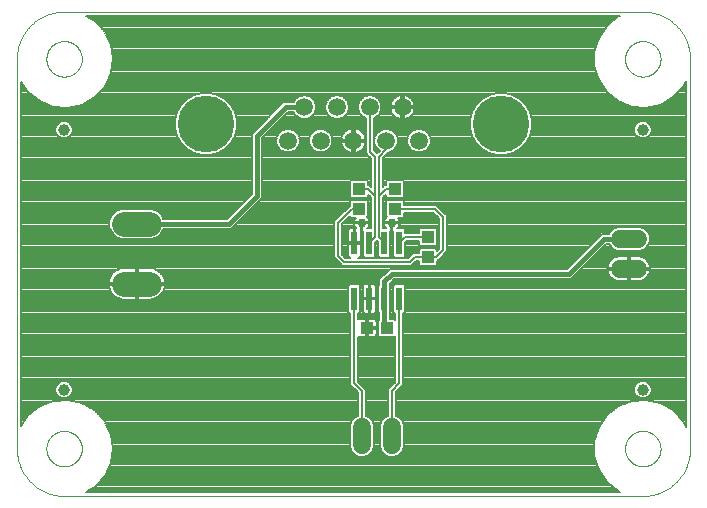
<source format=gtl>
G75*
%MOIN*%
%OFA0B0*%
%FSLAX25Y25*%
%IPPOS*%
%LPD*%
%AMOC8*
5,1,8,0,0,1.08239X$1,22.5*
%
%ADD10C,0.00000*%
%ADD11R,0.02200X0.07800*%
%ADD12R,0.04331X0.03937*%
%ADD13R,0.03937X0.04331*%
%ADD14C,0.05906*%
%ADD15C,0.18898*%
%ADD16C,0.03937*%
%ADD17C,0.06000*%
%ADD18C,0.08250*%
%ADD19C,0.00700*%
%ADD20C,0.02953*%
%ADD21C,0.01600*%
D10*
X0042098Y0035000D02*
X0235011Y0035000D01*
X0229105Y0050748D02*
X0229107Y0050901D01*
X0229113Y0051055D01*
X0229123Y0051208D01*
X0229137Y0051360D01*
X0229155Y0051513D01*
X0229177Y0051664D01*
X0229202Y0051815D01*
X0229232Y0051966D01*
X0229266Y0052116D01*
X0229303Y0052264D01*
X0229344Y0052412D01*
X0229389Y0052558D01*
X0229438Y0052704D01*
X0229491Y0052848D01*
X0229547Y0052990D01*
X0229607Y0053131D01*
X0229671Y0053271D01*
X0229738Y0053409D01*
X0229809Y0053545D01*
X0229884Y0053679D01*
X0229961Y0053811D01*
X0230043Y0053941D01*
X0230127Y0054069D01*
X0230215Y0054195D01*
X0230306Y0054318D01*
X0230400Y0054439D01*
X0230498Y0054557D01*
X0230598Y0054673D01*
X0230702Y0054786D01*
X0230808Y0054897D01*
X0230917Y0055005D01*
X0231029Y0055110D01*
X0231143Y0055211D01*
X0231261Y0055310D01*
X0231380Y0055406D01*
X0231502Y0055499D01*
X0231627Y0055588D01*
X0231754Y0055675D01*
X0231883Y0055757D01*
X0232014Y0055837D01*
X0232147Y0055913D01*
X0232282Y0055986D01*
X0232419Y0056055D01*
X0232558Y0056120D01*
X0232698Y0056182D01*
X0232840Y0056240D01*
X0232983Y0056295D01*
X0233128Y0056346D01*
X0233274Y0056393D01*
X0233421Y0056436D01*
X0233569Y0056475D01*
X0233718Y0056511D01*
X0233868Y0056542D01*
X0234019Y0056570D01*
X0234170Y0056594D01*
X0234323Y0056614D01*
X0234475Y0056630D01*
X0234628Y0056642D01*
X0234781Y0056650D01*
X0234934Y0056654D01*
X0235088Y0056654D01*
X0235241Y0056650D01*
X0235394Y0056642D01*
X0235547Y0056630D01*
X0235699Y0056614D01*
X0235852Y0056594D01*
X0236003Y0056570D01*
X0236154Y0056542D01*
X0236304Y0056511D01*
X0236453Y0056475D01*
X0236601Y0056436D01*
X0236748Y0056393D01*
X0236894Y0056346D01*
X0237039Y0056295D01*
X0237182Y0056240D01*
X0237324Y0056182D01*
X0237464Y0056120D01*
X0237603Y0056055D01*
X0237740Y0055986D01*
X0237875Y0055913D01*
X0238008Y0055837D01*
X0238139Y0055757D01*
X0238268Y0055675D01*
X0238395Y0055588D01*
X0238520Y0055499D01*
X0238642Y0055406D01*
X0238761Y0055310D01*
X0238879Y0055211D01*
X0238993Y0055110D01*
X0239105Y0055005D01*
X0239214Y0054897D01*
X0239320Y0054786D01*
X0239424Y0054673D01*
X0239524Y0054557D01*
X0239622Y0054439D01*
X0239716Y0054318D01*
X0239807Y0054195D01*
X0239895Y0054069D01*
X0239979Y0053941D01*
X0240061Y0053811D01*
X0240138Y0053679D01*
X0240213Y0053545D01*
X0240284Y0053409D01*
X0240351Y0053271D01*
X0240415Y0053131D01*
X0240475Y0052990D01*
X0240531Y0052848D01*
X0240584Y0052704D01*
X0240633Y0052558D01*
X0240678Y0052412D01*
X0240719Y0052264D01*
X0240756Y0052116D01*
X0240790Y0051966D01*
X0240820Y0051815D01*
X0240845Y0051664D01*
X0240867Y0051513D01*
X0240885Y0051360D01*
X0240899Y0051208D01*
X0240909Y0051055D01*
X0240915Y0050901D01*
X0240917Y0050748D01*
X0240915Y0050595D01*
X0240909Y0050441D01*
X0240899Y0050288D01*
X0240885Y0050136D01*
X0240867Y0049983D01*
X0240845Y0049832D01*
X0240820Y0049681D01*
X0240790Y0049530D01*
X0240756Y0049380D01*
X0240719Y0049232D01*
X0240678Y0049084D01*
X0240633Y0048938D01*
X0240584Y0048792D01*
X0240531Y0048648D01*
X0240475Y0048506D01*
X0240415Y0048365D01*
X0240351Y0048225D01*
X0240284Y0048087D01*
X0240213Y0047951D01*
X0240138Y0047817D01*
X0240061Y0047685D01*
X0239979Y0047555D01*
X0239895Y0047427D01*
X0239807Y0047301D01*
X0239716Y0047178D01*
X0239622Y0047057D01*
X0239524Y0046939D01*
X0239424Y0046823D01*
X0239320Y0046710D01*
X0239214Y0046599D01*
X0239105Y0046491D01*
X0238993Y0046386D01*
X0238879Y0046285D01*
X0238761Y0046186D01*
X0238642Y0046090D01*
X0238520Y0045997D01*
X0238395Y0045908D01*
X0238268Y0045821D01*
X0238139Y0045739D01*
X0238008Y0045659D01*
X0237875Y0045583D01*
X0237740Y0045510D01*
X0237603Y0045441D01*
X0237464Y0045376D01*
X0237324Y0045314D01*
X0237182Y0045256D01*
X0237039Y0045201D01*
X0236894Y0045150D01*
X0236748Y0045103D01*
X0236601Y0045060D01*
X0236453Y0045021D01*
X0236304Y0044985D01*
X0236154Y0044954D01*
X0236003Y0044926D01*
X0235852Y0044902D01*
X0235699Y0044882D01*
X0235547Y0044866D01*
X0235394Y0044854D01*
X0235241Y0044846D01*
X0235088Y0044842D01*
X0234934Y0044842D01*
X0234781Y0044846D01*
X0234628Y0044854D01*
X0234475Y0044866D01*
X0234323Y0044882D01*
X0234170Y0044902D01*
X0234019Y0044926D01*
X0233868Y0044954D01*
X0233718Y0044985D01*
X0233569Y0045021D01*
X0233421Y0045060D01*
X0233274Y0045103D01*
X0233128Y0045150D01*
X0232983Y0045201D01*
X0232840Y0045256D01*
X0232698Y0045314D01*
X0232558Y0045376D01*
X0232419Y0045441D01*
X0232282Y0045510D01*
X0232147Y0045583D01*
X0232014Y0045659D01*
X0231883Y0045739D01*
X0231754Y0045821D01*
X0231627Y0045908D01*
X0231502Y0045997D01*
X0231380Y0046090D01*
X0231261Y0046186D01*
X0231143Y0046285D01*
X0231029Y0046386D01*
X0230917Y0046491D01*
X0230808Y0046599D01*
X0230702Y0046710D01*
X0230598Y0046823D01*
X0230498Y0046939D01*
X0230400Y0047057D01*
X0230306Y0047178D01*
X0230215Y0047301D01*
X0230127Y0047427D01*
X0230043Y0047555D01*
X0229961Y0047685D01*
X0229884Y0047817D01*
X0229809Y0047951D01*
X0229738Y0048087D01*
X0229671Y0048225D01*
X0229607Y0048365D01*
X0229547Y0048506D01*
X0229491Y0048648D01*
X0229438Y0048792D01*
X0229389Y0048938D01*
X0229344Y0049084D01*
X0229303Y0049232D01*
X0229266Y0049380D01*
X0229232Y0049530D01*
X0229202Y0049681D01*
X0229177Y0049832D01*
X0229155Y0049983D01*
X0229137Y0050136D01*
X0229123Y0050288D01*
X0229113Y0050441D01*
X0229107Y0050595D01*
X0229105Y0050748D01*
X0235011Y0035000D02*
X0235392Y0035005D01*
X0235772Y0035018D01*
X0236152Y0035041D01*
X0236531Y0035074D01*
X0236909Y0035115D01*
X0237286Y0035165D01*
X0237662Y0035225D01*
X0238037Y0035293D01*
X0238409Y0035371D01*
X0238780Y0035458D01*
X0239148Y0035553D01*
X0239514Y0035658D01*
X0239877Y0035771D01*
X0240238Y0035893D01*
X0240595Y0036023D01*
X0240949Y0036163D01*
X0241300Y0036310D01*
X0241647Y0036467D01*
X0241990Y0036631D01*
X0242329Y0036804D01*
X0242664Y0036985D01*
X0242995Y0037174D01*
X0243320Y0037371D01*
X0243641Y0037575D01*
X0243957Y0037788D01*
X0244267Y0038008D01*
X0244573Y0038235D01*
X0244872Y0038470D01*
X0245166Y0038712D01*
X0245454Y0038960D01*
X0245736Y0039216D01*
X0246011Y0039479D01*
X0246280Y0039748D01*
X0246543Y0040023D01*
X0246799Y0040305D01*
X0247047Y0040593D01*
X0247289Y0040887D01*
X0247524Y0041186D01*
X0247751Y0041492D01*
X0247971Y0041802D01*
X0248184Y0042118D01*
X0248388Y0042439D01*
X0248585Y0042764D01*
X0248774Y0043095D01*
X0248955Y0043430D01*
X0249128Y0043769D01*
X0249292Y0044112D01*
X0249449Y0044459D01*
X0249596Y0044810D01*
X0249736Y0045164D01*
X0249866Y0045521D01*
X0249988Y0045882D01*
X0250101Y0046245D01*
X0250206Y0046611D01*
X0250301Y0046979D01*
X0250388Y0047350D01*
X0250466Y0047722D01*
X0250534Y0048097D01*
X0250594Y0048473D01*
X0250644Y0048850D01*
X0250685Y0049228D01*
X0250718Y0049607D01*
X0250741Y0049987D01*
X0250754Y0050367D01*
X0250759Y0050748D01*
X0250759Y0180669D01*
X0229105Y0180669D02*
X0229107Y0180822D01*
X0229113Y0180976D01*
X0229123Y0181129D01*
X0229137Y0181281D01*
X0229155Y0181434D01*
X0229177Y0181585D01*
X0229202Y0181736D01*
X0229232Y0181887D01*
X0229266Y0182037D01*
X0229303Y0182185D01*
X0229344Y0182333D01*
X0229389Y0182479D01*
X0229438Y0182625D01*
X0229491Y0182769D01*
X0229547Y0182911D01*
X0229607Y0183052D01*
X0229671Y0183192D01*
X0229738Y0183330D01*
X0229809Y0183466D01*
X0229884Y0183600D01*
X0229961Y0183732D01*
X0230043Y0183862D01*
X0230127Y0183990D01*
X0230215Y0184116D01*
X0230306Y0184239D01*
X0230400Y0184360D01*
X0230498Y0184478D01*
X0230598Y0184594D01*
X0230702Y0184707D01*
X0230808Y0184818D01*
X0230917Y0184926D01*
X0231029Y0185031D01*
X0231143Y0185132D01*
X0231261Y0185231D01*
X0231380Y0185327D01*
X0231502Y0185420D01*
X0231627Y0185509D01*
X0231754Y0185596D01*
X0231883Y0185678D01*
X0232014Y0185758D01*
X0232147Y0185834D01*
X0232282Y0185907D01*
X0232419Y0185976D01*
X0232558Y0186041D01*
X0232698Y0186103D01*
X0232840Y0186161D01*
X0232983Y0186216D01*
X0233128Y0186267D01*
X0233274Y0186314D01*
X0233421Y0186357D01*
X0233569Y0186396D01*
X0233718Y0186432D01*
X0233868Y0186463D01*
X0234019Y0186491D01*
X0234170Y0186515D01*
X0234323Y0186535D01*
X0234475Y0186551D01*
X0234628Y0186563D01*
X0234781Y0186571D01*
X0234934Y0186575D01*
X0235088Y0186575D01*
X0235241Y0186571D01*
X0235394Y0186563D01*
X0235547Y0186551D01*
X0235699Y0186535D01*
X0235852Y0186515D01*
X0236003Y0186491D01*
X0236154Y0186463D01*
X0236304Y0186432D01*
X0236453Y0186396D01*
X0236601Y0186357D01*
X0236748Y0186314D01*
X0236894Y0186267D01*
X0237039Y0186216D01*
X0237182Y0186161D01*
X0237324Y0186103D01*
X0237464Y0186041D01*
X0237603Y0185976D01*
X0237740Y0185907D01*
X0237875Y0185834D01*
X0238008Y0185758D01*
X0238139Y0185678D01*
X0238268Y0185596D01*
X0238395Y0185509D01*
X0238520Y0185420D01*
X0238642Y0185327D01*
X0238761Y0185231D01*
X0238879Y0185132D01*
X0238993Y0185031D01*
X0239105Y0184926D01*
X0239214Y0184818D01*
X0239320Y0184707D01*
X0239424Y0184594D01*
X0239524Y0184478D01*
X0239622Y0184360D01*
X0239716Y0184239D01*
X0239807Y0184116D01*
X0239895Y0183990D01*
X0239979Y0183862D01*
X0240061Y0183732D01*
X0240138Y0183600D01*
X0240213Y0183466D01*
X0240284Y0183330D01*
X0240351Y0183192D01*
X0240415Y0183052D01*
X0240475Y0182911D01*
X0240531Y0182769D01*
X0240584Y0182625D01*
X0240633Y0182479D01*
X0240678Y0182333D01*
X0240719Y0182185D01*
X0240756Y0182037D01*
X0240790Y0181887D01*
X0240820Y0181736D01*
X0240845Y0181585D01*
X0240867Y0181434D01*
X0240885Y0181281D01*
X0240899Y0181129D01*
X0240909Y0180976D01*
X0240915Y0180822D01*
X0240917Y0180669D01*
X0240915Y0180516D01*
X0240909Y0180362D01*
X0240899Y0180209D01*
X0240885Y0180057D01*
X0240867Y0179904D01*
X0240845Y0179753D01*
X0240820Y0179602D01*
X0240790Y0179451D01*
X0240756Y0179301D01*
X0240719Y0179153D01*
X0240678Y0179005D01*
X0240633Y0178859D01*
X0240584Y0178713D01*
X0240531Y0178569D01*
X0240475Y0178427D01*
X0240415Y0178286D01*
X0240351Y0178146D01*
X0240284Y0178008D01*
X0240213Y0177872D01*
X0240138Y0177738D01*
X0240061Y0177606D01*
X0239979Y0177476D01*
X0239895Y0177348D01*
X0239807Y0177222D01*
X0239716Y0177099D01*
X0239622Y0176978D01*
X0239524Y0176860D01*
X0239424Y0176744D01*
X0239320Y0176631D01*
X0239214Y0176520D01*
X0239105Y0176412D01*
X0238993Y0176307D01*
X0238879Y0176206D01*
X0238761Y0176107D01*
X0238642Y0176011D01*
X0238520Y0175918D01*
X0238395Y0175829D01*
X0238268Y0175742D01*
X0238139Y0175660D01*
X0238008Y0175580D01*
X0237875Y0175504D01*
X0237740Y0175431D01*
X0237603Y0175362D01*
X0237464Y0175297D01*
X0237324Y0175235D01*
X0237182Y0175177D01*
X0237039Y0175122D01*
X0236894Y0175071D01*
X0236748Y0175024D01*
X0236601Y0174981D01*
X0236453Y0174942D01*
X0236304Y0174906D01*
X0236154Y0174875D01*
X0236003Y0174847D01*
X0235852Y0174823D01*
X0235699Y0174803D01*
X0235547Y0174787D01*
X0235394Y0174775D01*
X0235241Y0174767D01*
X0235088Y0174763D01*
X0234934Y0174763D01*
X0234781Y0174767D01*
X0234628Y0174775D01*
X0234475Y0174787D01*
X0234323Y0174803D01*
X0234170Y0174823D01*
X0234019Y0174847D01*
X0233868Y0174875D01*
X0233718Y0174906D01*
X0233569Y0174942D01*
X0233421Y0174981D01*
X0233274Y0175024D01*
X0233128Y0175071D01*
X0232983Y0175122D01*
X0232840Y0175177D01*
X0232698Y0175235D01*
X0232558Y0175297D01*
X0232419Y0175362D01*
X0232282Y0175431D01*
X0232147Y0175504D01*
X0232014Y0175580D01*
X0231883Y0175660D01*
X0231754Y0175742D01*
X0231627Y0175829D01*
X0231502Y0175918D01*
X0231380Y0176011D01*
X0231261Y0176107D01*
X0231143Y0176206D01*
X0231029Y0176307D01*
X0230917Y0176412D01*
X0230808Y0176520D01*
X0230702Y0176631D01*
X0230598Y0176744D01*
X0230498Y0176860D01*
X0230400Y0176978D01*
X0230306Y0177099D01*
X0230215Y0177222D01*
X0230127Y0177348D01*
X0230043Y0177476D01*
X0229961Y0177606D01*
X0229884Y0177738D01*
X0229809Y0177872D01*
X0229738Y0178008D01*
X0229671Y0178146D01*
X0229607Y0178286D01*
X0229547Y0178427D01*
X0229491Y0178569D01*
X0229438Y0178713D01*
X0229389Y0178859D01*
X0229344Y0179005D01*
X0229303Y0179153D01*
X0229266Y0179301D01*
X0229232Y0179451D01*
X0229202Y0179602D01*
X0229177Y0179753D01*
X0229155Y0179904D01*
X0229137Y0180057D01*
X0229123Y0180209D01*
X0229113Y0180362D01*
X0229107Y0180516D01*
X0229105Y0180669D01*
X0235011Y0196417D02*
X0235392Y0196412D01*
X0235772Y0196399D01*
X0236152Y0196376D01*
X0236531Y0196343D01*
X0236909Y0196302D01*
X0237286Y0196252D01*
X0237662Y0196192D01*
X0238037Y0196124D01*
X0238409Y0196046D01*
X0238780Y0195959D01*
X0239148Y0195864D01*
X0239514Y0195759D01*
X0239877Y0195646D01*
X0240238Y0195524D01*
X0240595Y0195394D01*
X0240949Y0195254D01*
X0241300Y0195107D01*
X0241647Y0194950D01*
X0241990Y0194786D01*
X0242329Y0194613D01*
X0242664Y0194432D01*
X0242995Y0194243D01*
X0243320Y0194046D01*
X0243641Y0193842D01*
X0243957Y0193629D01*
X0244267Y0193409D01*
X0244573Y0193182D01*
X0244872Y0192947D01*
X0245166Y0192705D01*
X0245454Y0192457D01*
X0245736Y0192201D01*
X0246011Y0191938D01*
X0246280Y0191669D01*
X0246543Y0191394D01*
X0246799Y0191112D01*
X0247047Y0190824D01*
X0247289Y0190530D01*
X0247524Y0190231D01*
X0247751Y0189925D01*
X0247971Y0189615D01*
X0248184Y0189299D01*
X0248388Y0188978D01*
X0248585Y0188653D01*
X0248774Y0188322D01*
X0248955Y0187987D01*
X0249128Y0187648D01*
X0249292Y0187305D01*
X0249449Y0186958D01*
X0249596Y0186607D01*
X0249736Y0186253D01*
X0249866Y0185896D01*
X0249988Y0185535D01*
X0250101Y0185172D01*
X0250206Y0184806D01*
X0250301Y0184438D01*
X0250388Y0184067D01*
X0250466Y0183695D01*
X0250534Y0183320D01*
X0250594Y0182944D01*
X0250644Y0182567D01*
X0250685Y0182189D01*
X0250718Y0181810D01*
X0250741Y0181430D01*
X0250754Y0181050D01*
X0250759Y0180669D01*
X0235011Y0196417D02*
X0042098Y0196417D01*
X0036192Y0180669D02*
X0036194Y0180822D01*
X0036200Y0180976D01*
X0036210Y0181129D01*
X0036224Y0181281D01*
X0036242Y0181434D01*
X0036264Y0181585D01*
X0036289Y0181736D01*
X0036319Y0181887D01*
X0036353Y0182037D01*
X0036390Y0182185D01*
X0036431Y0182333D01*
X0036476Y0182479D01*
X0036525Y0182625D01*
X0036578Y0182769D01*
X0036634Y0182911D01*
X0036694Y0183052D01*
X0036758Y0183192D01*
X0036825Y0183330D01*
X0036896Y0183466D01*
X0036971Y0183600D01*
X0037048Y0183732D01*
X0037130Y0183862D01*
X0037214Y0183990D01*
X0037302Y0184116D01*
X0037393Y0184239D01*
X0037487Y0184360D01*
X0037585Y0184478D01*
X0037685Y0184594D01*
X0037789Y0184707D01*
X0037895Y0184818D01*
X0038004Y0184926D01*
X0038116Y0185031D01*
X0038230Y0185132D01*
X0038348Y0185231D01*
X0038467Y0185327D01*
X0038589Y0185420D01*
X0038714Y0185509D01*
X0038841Y0185596D01*
X0038970Y0185678D01*
X0039101Y0185758D01*
X0039234Y0185834D01*
X0039369Y0185907D01*
X0039506Y0185976D01*
X0039645Y0186041D01*
X0039785Y0186103D01*
X0039927Y0186161D01*
X0040070Y0186216D01*
X0040215Y0186267D01*
X0040361Y0186314D01*
X0040508Y0186357D01*
X0040656Y0186396D01*
X0040805Y0186432D01*
X0040955Y0186463D01*
X0041106Y0186491D01*
X0041257Y0186515D01*
X0041410Y0186535D01*
X0041562Y0186551D01*
X0041715Y0186563D01*
X0041868Y0186571D01*
X0042021Y0186575D01*
X0042175Y0186575D01*
X0042328Y0186571D01*
X0042481Y0186563D01*
X0042634Y0186551D01*
X0042786Y0186535D01*
X0042939Y0186515D01*
X0043090Y0186491D01*
X0043241Y0186463D01*
X0043391Y0186432D01*
X0043540Y0186396D01*
X0043688Y0186357D01*
X0043835Y0186314D01*
X0043981Y0186267D01*
X0044126Y0186216D01*
X0044269Y0186161D01*
X0044411Y0186103D01*
X0044551Y0186041D01*
X0044690Y0185976D01*
X0044827Y0185907D01*
X0044962Y0185834D01*
X0045095Y0185758D01*
X0045226Y0185678D01*
X0045355Y0185596D01*
X0045482Y0185509D01*
X0045607Y0185420D01*
X0045729Y0185327D01*
X0045848Y0185231D01*
X0045966Y0185132D01*
X0046080Y0185031D01*
X0046192Y0184926D01*
X0046301Y0184818D01*
X0046407Y0184707D01*
X0046511Y0184594D01*
X0046611Y0184478D01*
X0046709Y0184360D01*
X0046803Y0184239D01*
X0046894Y0184116D01*
X0046982Y0183990D01*
X0047066Y0183862D01*
X0047148Y0183732D01*
X0047225Y0183600D01*
X0047300Y0183466D01*
X0047371Y0183330D01*
X0047438Y0183192D01*
X0047502Y0183052D01*
X0047562Y0182911D01*
X0047618Y0182769D01*
X0047671Y0182625D01*
X0047720Y0182479D01*
X0047765Y0182333D01*
X0047806Y0182185D01*
X0047843Y0182037D01*
X0047877Y0181887D01*
X0047907Y0181736D01*
X0047932Y0181585D01*
X0047954Y0181434D01*
X0047972Y0181281D01*
X0047986Y0181129D01*
X0047996Y0180976D01*
X0048002Y0180822D01*
X0048004Y0180669D01*
X0048002Y0180516D01*
X0047996Y0180362D01*
X0047986Y0180209D01*
X0047972Y0180057D01*
X0047954Y0179904D01*
X0047932Y0179753D01*
X0047907Y0179602D01*
X0047877Y0179451D01*
X0047843Y0179301D01*
X0047806Y0179153D01*
X0047765Y0179005D01*
X0047720Y0178859D01*
X0047671Y0178713D01*
X0047618Y0178569D01*
X0047562Y0178427D01*
X0047502Y0178286D01*
X0047438Y0178146D01*
X0047371Y0178008D01*
X0047300Y0177872D01*
X0047225Y0177738D01*
X0047148Y0177606D01*
X0047066Y0177476D01*
X0046982Y0177348D01*
X0046894Y0177222D01*
X0046803Y0177099D01*
X0046709Y0176978D01*
X0046611Y0176860D01*
X0046511Y0176744D01*
X0046407Y0176631D01*
X0046301Y0176520D01*
X0046192Y0176412D01*
X0046080Y0176307D01*
X0045966Y0176206D01*
X0045848Y0176107D01*
X0045729Y0176011D01*
X0045607Y0175918D01*
X0045482Y0175829D01*
X0045355Y0175742D01*
X0045226Y0175660D01*
X0045095Y0175580D01*
X0044962Y0175504D01*
X0044827Y0175431D01*
X0044690Y0175362D01*
X0044551Y0175297D01*
X0044411Y0175235D01*
X0044269Y0175177D01*
X0044126Y0175122D01*
X0043981Y0175071D01*
X0043835Y0175024D01*
X0043688Y0174981D01*
X0043540Y0174942D01*
X0043391Y0174906D01*
X0043241Y0174875D01*
X0043090Y0174847D01*
X0042939Y0174823D01*
X0042786Y0174803D01*
X0042634Y0174787D01*
X0042481Y0174775D01*
X0042328Y0174767D01*
X0042175Y0174763D01*
X0042021Y0174763D01*
X0041868Y0174767D01*
X0041715Y0174775D01*
X0041562Y0174787D01*
X0041410Y0174803D01*
X0041257Y0174823D01*
X0041106Y0174847D01*
X0040955Y0174875D01*
X0040805Y0174906D01*
X0040656Y0174942D01*
X0040508Y0174981D01*
X0040361Y0175024D01*
X0040215Y0175071D01*
X0040070Y0175122D01*
X0039927Y0175177D01*
X0039785Y0175235D01*
X0039645Y0175297D01*
X0039506Y0175362D01*
X0039369Y0175431D01*
X0039234Y0175504D01*
X0039101Y0175580D01*
X0038970Y0175660D01*
X0038841Y0175742D01*
X0038714Y0175829D01*
X0038589Y0175918D01*
X0038467Y0176011D01*
X0038348Y0176107D01*
X0038230Y0176206D01*
X0038116Y0176307D01*
X0038004Y0176412D01*
X0037895Y0176520D01*
X0037789Y0176631D01*
X0037685Y0176744D01*
X0037585Y0176860D01*
X0037487Y0176978D01*
X0037393Y0177099D01*
X0037302Y0177222D01*
X0037214Y0177348D01*
X0037130Y0177476D01*
X0037048Y0177606D01*
X0036971Y0177738D01*
X0036896Y0177872D01*
X0036825Y0178008D01*
X0036758Y0178146D01*
X0036694Y0178286D01*
X0036634Y0178427D01*
X0036578Y0178569D01*
X0036525Y0178713D01*
X0036476Y0178859D01*
X0036431Y0179005D01*
X0036390Y0179153D01*
X0036353Y0179301D01*
X0036319Y0179451D01*
X0036289Y0179602D01*
X0036264Y0179753D01*
X0036242Y0179904D01*
X0036224Y0180057D01*
X0036210Y0180209D01*
X0036200Y0180362D01*
X0036194Y0180516D01*
X0036192Y0180669D01*
X0026350Y0180669D02*
X0026355Y0181050D01*
X0026368Y0181430D01*
X0026391Y0181810D01*
X0026424Y0182189D01*
X0026465Y0182567D01*
X0026515Y0182944D01*
X0026575Y0183320D01*
X0026643Y0183695D01*
X0026721Y0184067D01*
X0026808Y0184438D01*
X0026903Y0184806D01*
X0027008Y0185172D01*
X0027121Y0185535D01*
X0027243Y0185896D01*
X0027373Y0186253D01*
X0027513Y0186607D01*
X0027660Y0186958D01*
X0027817Y0187305D01*
X0027981Y0187648D01*
X0028154Y0187987D01*
X0028335Y0188322D01*
X0028524Y0188653D01*
X0028721Y0188978D01*
X0028925Y0189299D01*
X0029138Y0189615D01*
X0029358Y0189925D01*
X0029585Y0190231D01*
X0029820Y0190530D01*
X0030062Y0190824D01*
X0030310Y0191112D01*
X0030566Y0191394D01*
X0030829Y0191669D01*
X0031098Y0191938D01*
X0031373Y0192201D01*
X0031655Y0192457D01*
X0031943Y0192705D01*
X0032237Y0192947D01*
X0032536Y0193182D01*
X0032842Y0193409D01*
X0033152Y0193629D01*
X0033468Y0193842D01*
X0033789Y0194046D01*
X0034114Y0194243D01*
X0034445Y0194432D01*
X0034780Y0194613D01*
X0035119Y0194786D01*
X0035462Y0194950D01*
X0035809Y0195107D01*
X0036160Y0195254D01*
X0036514Y0195394D01*
X0036871Y0195524D01*
X0037232Y0195646D01*
X0037595Y0195759D01*
X0037961Y0195864D01*
X0038329Y0195959D01*
X0038700Y0196046D01*
X0039072Y0196124D01*
X0039447Y0196192D01*
X0039823Y0196252D01*
X0040200Y0196302D01*
X0040578Y0196343D01*
X0040957Y0196376D01*
X0041337Y0196399D01*
X0041717Y0196412D01*
X0042098Y0196417D01*
X0026350Y0180669D02*
X0026350Y0050748D01*
X0036192Y0050748D02*
X0036194Y0050901D01*
X0036200Y0051055D01*
X0036210Y0051208D01*
X0036224Y0051360D01*
X0036242Y0051513D01*
X0036264Y0051664D01*
X0036289Y0051815D01*
X0036319Y0051966D01*
X0036353Y0052116D01*
X0036390Y0052264D01*
X0036431Y0052412D01*
X0036476Y0052558D01*
X0036525Y0052704D01*
X0036578Y0052848D01*
X0036634Y0052990D01*
X0036694Y0053131D01*
X0036758Y0053271D01*
X0036825Y0053409D01*
X0036896Y0053545D01*
X0036971Y0053679D01*
X0037048Y0053811D01*
X0037130Y0053941D01*
X0037214Y0054069D01*
X0037302Y0054195D01*
X0037393Y0054318D01*
X0037487Y0054439D01*
X0037585Y0054557D01*
X0037685Y0054673D01*
X0037789Y0054786D01*
X0037895Y0054897D01*
X0038004Y0055005D01*
X0038116Y0055110D01*
X0038230Y0055211D01*
X0038348Y0055310D01*
X0038467Y0055406D01*
X0038589Y0055499D01*
X0038714Y0055588D01*
X0038841Y0055675D01*
X0038970Y0055757D01*
X0039101Y0055837D01*
X0039234Y0055913D01*
X0039369Y0055986D01*
X0039506Y0056055D01*
X0039645Y0056120D01*
X0039785Y0056182D01*
X0039927Y0056240D01*
X0040070Y0056295D01*
X0040215Y0056346D01*
X0040361Y0056393D01*
X0040508Y0056436D01*
X0040656Y0056475D01*
X0040805Y0056511D01*
X0040955Y0056542D01*
X0041106Y0056570D01*
X0041257Y0056594D01*
X0041410Y0056614D01*
X0041562Y0056630D01*
X0041715Y0056642D01*
X0041868Y0056650D01*
X0042021Y0056654D01*
X0042175Y0056654D01*
X0042328Y0056650D01*
X0042481Y0056642D01*
X0042634Y0056630D01*
X0042786Y0056614D01*
X0042939Y0056594D01*
X0043090Y0056570D01*
X0043241Y0056542D01*
X0043391Y0056511D01*
X0043540Y0056475D01*
X0043688Y0056436D01*
X0043835Y0056393D01*
X0043981Y0056346D01*
X0044126Y0056295D01*
X0044269Y0056240D01*
X0044411Y0056182D01*
X0044551Y0056120D01*
X0044690Y0056055D01*
X0044827Y0055986D01*
X0044962Y0055913D01*
X0045095Y0055837D01*
X0045226Y0055757D01*
X0045355Y0055675D01*
X0045482Y0055588D01*
X0045607Y0055499D01*
X0045729Y0055406D01*
X0045848Y0055310D01*
X0045966Y0055211D01*
X0046080Y0055110D01*
X0046192Y0055005D01*
X0046301Y0054897D01*
X0046407Y0054786D01*
X0046511Y0054673D01*
X0046611Y0054557D01*
X0046709Y0054439D01*
X0046803Y0054318D01*
X0046894Y0054195D01*
X0046982Y0054069D01*
X0047066Y0053941D01*
X0047148Y0053811D01*
X0047225Y0053679D01*
X0047300Y0053545D01*
X0047371Y0053409D01*
X0047438Y0053271D01*
X0047502Y0053131D01*
X0047562Y0052990D01*
X0047618Y0052848D01*
X0047671Y0052704D01*
X0047720Y0052558D01*
X0047765Y0052412D01*
X0047806Y0052264D01*
X0047843Y0052116D01*
X0047877Y0051966D01*
X0047907Y0051815D01*
X0047932Y0051664D01*
X0047954Y0051513D01*
X0047972Y0051360D01*
X0047986Y0051208D01*
X0047996Y0051055D01*
X0048002Y0050901D01*
X0048004Y0050748D01*
X0048002Y0050595D01*
X0047996Y0050441D01*
X0047986Y0050288D01*
X0047972Y0050136D01*
X0047954Y0049983D01*
X0047932Y0049832D01*
X0047907Y0049681D01*
X0047877Y0049530D01*
X0047843Y0049380D01*
X0047806Y0049232D01*
X0047765Y0049084D01*
X0047720Y0048938D01*
X0047671Y0048792D01*
X0047618Y0048648D01*
X0047562Y0048506D01*
X0047502Y0048365D01*
X0047438Y0048225D01*
X0047371Y0048087D01*
X0047300Y0047951D01*
X0047225Y0047817D01*
X0047148Y0047685D01*
X0047066Y0047555D01*
X0046982Y0047427D01*
X0046894Y0047301D01*
X0046803Y0047178D01*
X0046709Y0047057D01*
X0046611Y0046939D01*
X0046511Y0046823D01*
X0046407Y0046710D01*
X0046301Y0046599D01*
X0046192Y0046491D01*
X0046080Y0046386D01*
X0045966Y0046285D01*
X0045848Y0046186D01*
X0045729Y0046090D01*
X0045607Y0045997D01*
X0045482Y0045908D01*
X0045355Y0045821D01*
X0045226Y0045739D01*
X0045095Y0045659D01*
X0044962Y0045583D01*
X0044827Y0045510D01*
X0044690Y0045441D01*
X0044551Y0045376D01*
X0044411Y0045314D01*
X0044269Y0045256D01*
X0044126Y0045201D01*
X0043981Y0045150D01*
X0043835Y0045103D01*
X0043688Y0045060D01*
X0043540Y0045021D01*
X0043391Y0044985D01*
X0043241Y0044954D01*
X0043090Y0044926D01*
X0042939Y0044902D01*
X0042786Y0044882D01*
X0042634Y0044866D01*
X0042481Y0044854D01*
X0042328Y0044846D01*
X0042175Y0044842D01*
X0042021Y0044842D01*
X0041868Y0044846D01*
X0041715Y0044854D01*
X0041562Y0044866D01*
X0041410Y0044882D01*
X0041257Y0044902D01*
X0041106Y0044926D01*
X0040955Y0044954D01*
X0040805Y0044985D01*
X0040656Y0045021D01*
X0040508Y0045060D01*
X0040361Y0045103D01*
X0040215Y0045150D01*
X0040070Y0045201D01*
X0039927Y0045256D01*
X0039785Y0045314D01*
X0039645Y0045376D01*
X0039506Y0045441D01*
X0039369Y0045510D01*
X0039234Y0045583D01*
X0039101Y0045659D01*
X0038970Y0045739D01*
X0038841Y0045821D01*
X0038714Y0045908D01*
X0038589Y0045997D01*
X0038467Y0046090D01*
X0038348Y0046186D01*
X0038230Y0046285D01*
X0038116Y0046386D01*
X0038004Y0046491D01*
X0037895Y0046599D01*
X0037789Y0046710D01*
X0037685Y0046823D01*
X0037585Y0046939D01*
X0037487Y0047057D01*
X0037393Y0047178D01*
X0037302Y0047301D01*
X0037214Y0047427D01*
X0037130Y0047555D01*
X0037048Y0047685D01*
X0036971Y0047817D01*
X0036896Y0047951D01*
X0036825Y0048087D01*
X0036758Y0048225D01*
X0036694Y0048365D01*
X0036634Y0048506D01*
X0036578Y0048648D01*
X0036525Y0048792D01*
X0036476Y0048938D01*
X0036431Y0049084D01*
X0036390Y0049232D01*
X0036353Y0049380D01*
X0036319Y0049530D01*
X0036289Y0049681D01*
X0036264Y0049832D01*
X0036242Y0049983D01*
X0036224Y0050136D01*
X0036210Y0050288D01*
X0036200Y0050441D01*
X0036194Y0050595D01*
X0036192Y0050748D01*
X0026350Y0050748D02*
X0026355Y0050367D01*
X0026368Y0049987D01*
X0026391Y0049607D01*
X0026424Y0049228D01*
X0026465Y0048850D01*
X0026515Y0048473D01*
X0026575Y0048097D01*
X0026643Y0047722D01*
X0026721Y0047350D01*
X0026808Y0046979D01*
X0026903Y0046611D01*
X0027008Y0046245D01*
X0027121Y0045882D01*
X0027243Y0045521D01*
X0027373Y0045164D01*
X0027513Y0044810D01*
X0027660Y0044459D01*
X0027817Y0044112D01*
X0027981Y0043769D01*
X0028154Y0043430D01*
X0028335Y0043095D01*
X0028524Y0042764D01*
X0028721Y0042439D01*
X0028925Y0042118D01*
X0029138Y0041802D01*
X0029358Y0041492D01*
X0029585Y0041186D01*
X0029820Y0040887D01*
X0030062Y0040593D01*
X0030310Y0040305D01*
X0030566Y0040023D01*
X0030829Y0039748D01*
X0031098Y0039479D01*
X0031373Y0039216D01*
X0031655Y0038960D01*
X0031943Y0038712D01*
X0032237Y0038470D01*
X0032536Y0038235D01*
X0032842Y0038008D01*
X0033152Y0037788D01*
X0033468Y0037575D01*
X0033789Y0037371D01*
X0034114Y0037174D01*
X0034445Y0036985D01*
X0034780Y0036804D01*
X0035119Y0036631D01*
X0035462Y0036467D01*
X0035809Y0036310D01*
X0036160Y0036163D01*
X0036514Y0036023D01*
X0036871Y0035893D01*
X0037232Y0035771D01*
X0037595Y0035658D01*
X0037961Y0035553D01*
X0038329Y0035458D01*
X0038700Y0035371D01*
X0039072Y0035293D01*
X0039447Y0035225D01*
X0039823Y0035165D01*
X0040200Y0035115D01*
X0040578Y0035074D01*
X0040957Y0035041D01*
X0041337Y0035018D01*
X0041717Y0035005D01*
X0042098Y0035000D01*
D11*
X0138850Y0100700D03*
X0143850Y0100700D03*
X0148850Y0100700D03*
X0153850Y0100700D03*
X0153850Y0119300D03*
X0148850Y0119300D03*
X0143850Y0119300D03*
X0138850Y0119300D03*
D12*
X0140350Y0130654D03*
X0140350Y0137346D03*
X0152350Y0137346D03*
X0152350Y0130654D03*
X0149696Y0091000D03*
X0143004Y0091000D03*
D13*
X0163350Y0114654D03*
X0163350Y0121346D03*
D14*
X0160366Y0153409D03*
X0149460Y0153409D03*
X0138555Y0153409D03*
X0127649Y0153409D03*
X0116744Y0153409D03*
X0122196Y0164591D03*
X0133102Y0164591D03*
X0144007Y0164591D03*
X0154913Y0164591D03*
D15*
X0187748Y0159000D03*
X0089362Y0159000D03*
D16*
X0042098Y0157047D03*
X0042098Y0070433D03*
X0235011Y0070433D03*
X0235011Y0157047D03*
D17*
X0233350Y0120709D02*
X0227350Y0120709D01*
X0227350Y0110709D02*
X0233350Y0110709D01*
X0151350Y0058000D02*
X0151350Y0052000D01*
X0141350Y0052000D02*
X0141350Y0058000D01*
D18*
X0070475Y0105709D02*
X0062225Y0105709D01*
X0062225Y0125709D02*
X0070475Y0125709D01*
D19*
X0074048Y0129299D02*
X0098188Y0129299D01*
X0098886Y0129998D02*
X0073350Y0129998D01*
X0073344Y0130003D02*
X0071483Y0130774D01*
X0061217Y0130774D01*
X0059356Y0130003D01*
X0057931Y0128578D01*
X0057159Y0126716D01*
X0057159Y0124701D01*
X0057931Y0122839D01*
X0059356Y0121414D01*
X0061217Y0120643D01*
X0071483Y0120643D01*
X0073344Y0121414D01*
X0074769Y0122839D01*
X0075237Y0123968D01*
X0097780Y0123968D01*
X0098799Y0124988D01*
X0108091Y0134279D01*
X0108091Y0154279D01*
X0116662Y0162850D01*
X0118703Y0162850D01*
X0118896Y0162385D01*
X0119991Y0161290D01*
X0121422Y0160697D01*
X0122971Y0160697D01*
X0124402Y0161290D01*
X0125497Y0162385D01*
X0126090Y0163816D01*
X0126090Y0165365D01*
X0125497Y0166796D01*
X0124402Y0167891D01*
X0122971Y0168484D01*
X0121422Y0168484D01*
X0119991Y0167891D01*
X0118896Y0166796D01*
X0118703Y0166331D01*
X0115220Y0166331D01*
X0105629Y0156741D01*
X0104609Y0155721D01*
X0104609Y0135721D01*
X0096338Y0127449D01*
X0075237Y0127449D01*
X0074769Y0128578D01*
X0073344Y0130003D01*
X0071671Y0130696D02*
X0099585Y0130696D01*
X0100283Y0131395D02*
X0027684Y0131395D01*
X0027684Y0132093D02*
X0100982Y0132093D01*
X0101680Y0132792D02*
X0027684Y0132792D01*
X0027684Y0133490D02*
X0102379Y0133490D01*
X0103077Y0134189D02*
X0027684Y0134189D01*
X0027684Y0134887D02*
X0103776Y0134887D01*
X0104474Y0135586D02*
X0027684Y0135586D01*
X0027684Y0136284D02*
X0104609Y0136284D01*
X0104609Y0136983D02*
X0027684Y0136983D01*
X0027684Y0137681D02*
X0104609Y0137681D01*
X0104609Y0138380D02*
X0027684Y0138380D01*
X0027684Y0139078D02*
X0104609Y0139078D01*
X0104609Y0139777D02*
X0027684Y0139777D01*
X0027684Y0140475D02*
X0104609Y0140475D01*
X0104609Y0141174D02*
X0027684Y0141174D01*
X0027684Y0141872D02*
X0104609Y0141872D01*
X0104609Y0142571D02*
X0027684Y0142571D01*
X0027684Y0143269D02*
X0104609Y0143269D01*
X0104609Y0143968D02*
X0027684Y0143968D01*
X0027684Y0144666D02*
X0104609Y0144666D01*
X0104609Y0145365D02*
X0027684Y0145365D01*
X0027684Y0146063D02*
X0104609Y0146063D01*
X0104609Y0146762D02*
X0027684Y0146762D01*
X0027684Y0147460D02*
X0104609Y0147460D01*
X0104609Y0148159D02*
X0027684Y0148159D01*
X0027684Y0148857D02*
X0087073Y0148857D01*
X0087994Y0148611D02*
X0090730Y0148611D01*
X0093372Y0149319D01*
X0095741Y0150686D01*
X0097675Y0152621D01*
X0099043Y0154990D01*
X0099751Y0157632D01*
X0099751Y0160368D01*
X0099043Y0163010D01*
X0097675Y0165379D01*
X0095741Y0167314D01*
X0093372Y0168681D01*
X0090730Y0169389D01*
X0087994Y0169389D01*
X0085352Y0168681D01*
X0082983Y0167314D01*
X0081048Y0165379D01*
X0079680Y0163010D01*
X0078972Y0160368D01*
X0078972Y0157632D01*
X0079680Y0154990D01*
X0081048Y0152621D01*
X0082983Y0150686D01*
X0085352Y0149319D01*
X0087994Y0148611D01*
X0084941Y0149556D02*
X0027684Y0149556D01*
X0027684Y0150254D02*
X0083731Y0150254D01*
X0082716Y0150953D02*
X0027684Y0150953D01*
X0027684Y0151651D02*
X0082018Y0151651D01*
X0081319Y0152350D02*
X0027684Y0152350D01*
X0027684Y0153048D02*
X0080801Y0153048D01*
X0080398Y0153747D02*
X0027684Y0153747D01*
X0027684Y0154445D02*
X0040778Y0154445D01*
X0040450Y0154581D02*
X0041519Y0154138D01*
X0042677Y0154138D01*
X0043746Y0154581D01*
X0044564Y0155399D01*
X0045007Y0156469D01*
X0045007Y0157626D01*
X0044564Y0158695D01*
X0043746Y0159513D01*
X0042677Y0159956D01*
X0041519Y0159956D01*
X0040450Y0159513D01*
X0039632Y0158695D01*
X0039189Y0157626D01*
X0039189Y0156469D01*
X0039632Y0155399D01*
X0040450Y0154581D01*
X0039887Y0155144D02*
X0027684Y0155144D01*
X0027684Y0155842D02*
X0039448Y0155842D01*
X0039189Y0156541D02*
X0027684Y0156541D01*
X0027684Y0157239D02*
X0039189Y0157239D01*
X0039318Y0157938D02*
X0027684Y0157938D01*
X0027684Y0158637D02*
X0039608Y0158637D01*
X0040272Y0159335D02*
X0027684Y0159335D01*
X0027684Y0160034D02*
X0078972Y0160034D01*
X0078972Y0159335D02*
X0043924Y0159335D01*
X0044588Y0158637D02*
X0078972Y0158637D01*
X0078972Y0157938D02*
X0044878Y0157938D01*
X0045007Y0157239D02*
X0079078Y0157239D01*
X0079265Y0156541D02*
X0045007Y0156541D01*
X0044748Y0155842D02*
X0079452Y0155842D01*
X0079639Y0155144D02*
X0044309Y0155144D01*
X0043418Y0154445D02*
X0079995Y0154445D01*
X0079070Y0160732D02*
X0027684Y0160732D01*
X0027684Y0161431D02*
X0079257Y0161431D01*
X0079444Y0162129D02*
X0027684Y0162129D01*
X0027684Y0162828D02*
X0079632Y0162828D01*
X0079978Y0163526D02*
X0027684Y0163526D01*
X0027684Y0164225D02*
X0080382Y0164225D01*
X0080785Y0164923D02*
X0045765Y0164923D01*
X0048071Y0165450D02*
X0048071Y0165450D01*
X0043320Y0164365D01*
X0043320Y0164365D01*
X0038460Y0164729D01*
X0038460Y0164729D01*
X0033923Y0166510D01*
X0033923Y0166510D01*
X0030113Y0169548D01*
X0030113Y0169548D01*
X0030113Y0169548D01*
X0027684Y0173110D01*
X0027684Y0058307D01*
X0030113Y0061869D01*
X0030113Y0061869D01*
X0033923Y0064908D01*
X0033923Y0064908D01*
X0038460Y0066688D01*
X0038460Y0066688D01*
X0043320Y0067052D01*
X0043320Y0067052D01*
X0048071Y0065968D01*
X0048071Y0065968D01*
X0052292Y0063531D01*
X0052292Y0063531D01*
X0055607Y0059958D01*
X0055607Y0059958D01*
X0057722Y0055567D01*
X0057722Y0055567D01*
X0058448Y0050748D01*
X0057722Y0045929D01*
X0057722Y0045929D01*
X0055607Y0041538D01*
X0055607Y0041538D01*
X0052292Y0037965D01*
X0052292Y0037965D01*
X0049467Y0036334D01*
X0227484Y0036334D01*
X0226836Y0036589D01*
X0226836Y0036589D01*
X0223026Y0039627D01*
X0223026Y0039627D01*
X0223026Y0039627D01*
X0220281Y0043654D01*
X0220281Y0043654D01*
X0218844Y0048311D01*
X0218844Y0053185D01*
X0220281Y0057842D01*
X0223026Y0061869D01*
X0223026Y0061869D01*
X0226836Y0064908D01*
X0226836Y0064908D01*
X0231373Y0066688D01*
X0231373Y0066688D01*
X0236233Y0067052D01*
X0236233Y0067052D01*
X0240985Y0065968D01*
X0240985Y0065968D01*
X0245205Y0063531D01*
X0245205Y0063531D01*
X0248520Y0059958D01*
X0248520Y0059958D01*
X0249425Y0058079D01*
X0249425Y0173338D01*
X0248520Y0171459D01*
X0248520Y0171459D01*
X0245205Y0167886D01*
X0245205Y0167886D01*
X0240985Y0165450D01*
X0240985Y0165450D01*
X0236233Y0164365D01*
X0236233Y0164365D01*
X0231373Y0164729D01*
X0231373Y0164729D01*
X0226836Y0166510D01*
X0226836Y0166510D01*
X0223026Y0169548D01*
X0223026Y0169548D01*
X0223026Y0169548D01*
X0220281Y0173575D01*
X0220281Y0173575D01*
X0218844Y0178232D01*
X0218844Y0183106D01*
X0220281Y0187763D01*
X0220281Y0187763D01*
X0223026Y0191790D01*
X0223026Y0191790D01*
X0223026Y0191790D01*
X0226836Y0194829D01*
X0226836Y0194829D01*
X0227484Y0195083D01*
X0049467Y0195083D01*
X0052292Y0193452D01*
X0052292Y0193452D01*
X0055607Y0189880D01*
X0055607Y0189880D01*
X0057722Y0185489D01*
X0057722Y0185489D01*
X0058448Y0180669D01*
X0057722Y0175850D01*
X0057722Y0175850D01*
X0055607Y0171459D01*
X0055607Y0171459D01*
X0052292Y0167886D01*
X0052292Y0167886D01*
X0052292Y0167886D01*
X0048071Y0165450D01*
X0048369Y0165622D02*
X0081291Y0165622D01*
X0081989Y0166320D02*
X0049579Y0166320D01*
X0050789Y0167019D02*
X0082688Y0167019D01*
X0083682Y0167717D02*
X0051999Y0167717D01*
X0052783Y0168416D02*
X0084891Y0168416D01*
X0086967Y0169114D02*
X0053431Y0169114D01*
X0054079Y0169813D02*
X0222846Y0169813D01*
X0222370Y0170511D02*
X0054728Y0170511D01*
X0055376Y0171210D02*
X0221893Y0171210D01*
X0221417Y0171908D02*
X0055823Y0171908D01*
X0056160Y0172607D02*
X0220941Y0172607D01*
X0220465Y0173305D02*
X0056496Y0173305D01*
X0056833Y0174004D02*
X0220148Y0174004D01*
X0219933Y0174702D02*
X0057169Y0174702D01*
X0057505Y0175401D02*
X0219717Y0175401D01*
X0219502Y0176099D02*
X0057759Y0176099D01*
X0057864Y0176798D02*
X0219287Y0176798D01*
X0219071Y0177496D02*
X0057970Y0177496D01*
X0058075Y0178195D02*
X0218856Y0178195D01*
X0218844Y0178893D02*
X0058180Y0178893D01*
X0058286Y0179592D02*
X0218844Y0179592D01*
X0218844Y0180290D02*
X0058391Y0180290D01*
X0058400Y0180989D02*
X0218844Y0180989D01*
X0218844Y0181687D02*
X0058295Y0181687D01*
X0058189Y0182386D02*
X0218844Y0182386D01*
X0218844Y0183084D02*
X0058084Y0183084D01*
X0057979Y0183783D02*
X0219053Y0183783D01*
X0219268Y0184481D02*
X0057873Y0184481D01*
X0057768Y0185180D02*
X0219484Y0185180D01*
X0219699Y0185878D02*
X0057534Y0185878D01*
X0057197Y0186577D02*
X0219915Y0186577D01*
X0220130Y0187275D02*
X0056861Y0187275D01*
X0056525Y0187974D02*
X0220424Y0187974D01*
X0220900Y0188672D02*
X0056188Y0188672D01*
X0055852Y0189371D02*
X0221377Y0189371D01*
X0221853Y0190070D02*
X0055431Y0190070D01*
X0054783Y0190768D02*
X0222329Y0190768D01*
X0222805Y0191467D02*
X0054135Y0191467D01*
X0053486Y0192165D02*
X0223496Y0192165D01*
X0224372Y0192864D02*
X0052838Y0192864D01*
X0052102Y0193562D02*
X0225248Y0193562D01*
X0226124Y0194261D02*
X0050892Y0194261D01*
X0049682Y0194959D02*
X0227168Y0194959D01*
X0249409Y0173305D02*
X0249425Y0173305D01*
X0249425Y0172607D02*
X0249073Y0172607D01*
X0248737Y0171908D02*
X0249425Y0171908D01*
X0249425Y0171210D02*
X0248289Y0171210D01*
X0247641Y0170511D02*
X0249425Y0170511D01*
X0249425Y0169813D02*
X0246993Y0169813D01*
X0246345Y0169114D02*
X0249425Y0169114D01*
X0249425Y0168416D02*
X0245697Y0168416D01*
X0244912Y0167717D02*
X0249425Y0167717D01*
X0249425Y0167019D02*
X0243703Y0167019D01*
X0242493Y0166320D02*
X0249425Y0166320D01*
X0249425Y0165622D02*
X0241283Y0165622D01*
X0238678Y0164923D02*
X0249425Y0164923D01*
X0249425Y0164225D02*
X0196728Y0164225D01*
X0196325Y0164923D02*
X0230879Y0164923D01*
X0229099Y0165622D02*
X0195819Y0165622D01*
X0196061Y0165379D02*
X0194127Y0167314D01*
X0191758Y0168681D01*
X0189115Y0169389D01*
X0186380Y0169389D01*
X0183737Y0168681D01*
X0181368Y0167314D01*
X0179434Y0165379D01*
X0178066Y0163010D01*
X0177358Y0160368D01*
X0177358Y0157632D01*
X0178066Y0154990D01*
X0179434Y0152621D01*
X0181368Y0150686D01*
X0183737Y0149319D01*
X0186380Y0148611D01*
X0189115Y0148611D01*
X0191758Y0149319D01*
X0194127Y0150686D01*
X0196061Y0152621D01*
X0197429Y0154990D01*
X0198137Y0157632D01*
X0198137Y0160368D01*
X0197429Y0163010D01*
X0196061Y0165379D01*
X0195120Y0166320D02*
X0227320Y0166320D01*
X0226198Y0167019D02*
X0194422Y0167019D01*
X0193428Y0167717D02*
X0225322Y0167717D01*
X0224447Y0168416D02*
X0192218Y0168416D01*
X0190142Y0169114D02*
X0223571Y0169114D01*
X0233185Y0159335D02*
X0198137Y0159335D01*
X0198137Y0158637D02*
X0232521Y0158637D01*
X0232545Y0158695D02*
X0232102Y0157626D01*
X0232102Y0156469D01*
X0232545Y0155399D01*
X0233364Y0154581D01*
X0234433Y0154138D01*
X0235590Y0154138D01*
X0236659Y0154581D01*
X0237478Y0155399D01*
X0237920Y0156469D01*
X0237920Y0157626D01*
X0237478Y0158695D01*
X0236659Y0159513D01*
X0235590Y0159956D01*
X0234433Y0159956D01*
X0233364Y0159513D01*
X0232545Y0158695D01*
X0232232Y0157938D02*
X0198137Y0157938D01*
X0198032Y0157239D02*
X0232102Y0157239D01*
X0232102Y0156541D02*
X0197845Y0156541D01*
X0197657Y0155842D02*
X0232362Y0155842D01*
X0232801Y0155144D02*
X0197470Y0155144D01*
X0197115Y0154445D02*
X0233691Y0154445D01*
X0236332Y0154445D02*
X0249425Y0154445D01*
X0249425Y0153747D02*
X0196711Y0153747D01*
X0196308Y0153048D02*
X0249425Y0153048D01*
X0249425Y0152350D02*
X0195790Y0152350D01*
X0195092Y0151651D02*
X0249425Y0151651D01*
X0249425Y0150953D02*
X0194393Y0150953D01*
X0193378Y0150254D02*
X0249425Y0150254D01*
X0249425Y0149556D02*
X0192169Y0149556D01*
X0190036Y0148857D02*
X0249425Y0148857D01*
X0249425Y0148159D02*
X0148979Y0148159D01*
X0148286Y0147465D02*
X0149995Y0149174D01*
X0150409Y0149588D01*
X0151666Y0150109D01*
X0152761Y0151204D01*
X0153354Y0152635D01*
X0153354Y0154184D01*
X0152761Y0155615D01*
X0151666Y0156710D01*
X0150235Y0157303D01*
X0148686Y0157303D01*
X0147255Y0156710D01*
X0146160Y0155615D01*
X0145567Y0154184D01*
X0145567Y0152635D01*
X0146160Y0151204D01*
X0147255Y0150109D01*
X0147272Y0150102D01*
X0146350Y0149180D01*
X0145298Y0150232D01*
X0145298Y0160911D01*
X0146213Y0161290D01*
X0147308Y0162385D01*
X0147901Y0163816D01*
X0147901Y0165365D01*
X0147308Y0166796D01*
X0146213Y0167891D01*
X0144782Y0168484D01*
X0143233Y0168484D01*
X0141802Y0167891D01*
X0140707Y0166796D01*
X0140114Y0165365D01*
X0140114Y0163816D01*
X0140707Y0162385D01*
X0141802Y0161290D01*
X0142717Y0160911D01*
X0142717Y0149163D01*
X0143473Y0148407D01*
X0144414Y0147465D01*
X0144414Y0138116D01*
X0143893Y0138637D01*
X0143456Y0138637D01*
X0143456Y0139705D01*
X0142905Y0140255D01*
X0137795Y0140255D01*
X0137244Y0139705D01*
X0137244Y0134988D01*
X0137795Y0134437D01*
X0142905Y0134437D01*
X0143456Y0134988D01*
X0143456Y0135424D01*
X0144414Y0134465D01*
X0144414Y0124141D01*
X0143187Y0124141D01*
X0143380Y0124334D01*
X0143666Y0124762D01*
X0143863Y0125238D01*
X0143964Y0125743D01*
X0143964Y0125858D01*
X0141492Y0125858D01*
X0141492Y0123386D01*
X0141607Y0123386D01*
X0141809Y0123426D01*
X0141809Y0115010D01*
X0142360Y0114459D01*
X0145340Y0114459D01*
X0145891Y0115010D01*
X0145891Y0119515D01*
X0146239Y0119864D01*
X0146350Y0119975D01*
X0146809Y0119515D01*
X0146809Y0115010D01*
X0147360Y0114459D01*
X0150340Y0114459D01*
X0150891Y0115010D01*
X0150891Y0123426D01*
X0151093Y0123386D01*
X0151208Y0123386D01*
X0151208Y0125858D01*
X0148736Y0125858D01*
X0148736Y0125743D01*
X0148837Y0125238D01*
X0149034Y0124762D01*
X0149320Y0124334D01*
X0149513Y0124141D01*
X0148286Y0124141D01*
X0148286Y0134465D01*
X0149244Y0135424D01*
X0149244Y0134988D01*
X0149795Y0134437D01*
X0154905Y0134437D01*
X0155456Y0134988D01*
X0155456Y0139705D01*
X0154905Y0140255D01*
X0149795Y0140255D01*
X0149244Y0139705D01*
X0149244Y0138637D01*
X0148807Y0138637D01*
X0148286Y0138116D01*
X0148286Y0147465D01*
X0148286Y0147460D02*
X0249425Y0147460D01*
X0249425Y0146762D02*
X0148286Y0146762D01*
X0148286Y0146063D02*
X0249425Y0146063D01*
X0249425Y0145365D02*
X0148286Y0145365D01*
X0148286Y0144666D02*
X0249425Y0144666D01*
X0249425Y0143968D02*
X0148286Y0143968D01*
X0148286Y0143269D02*
X0249425Y0143269D01*
X0249425Y0142571D02*
X0148286Y0142571D01*
X0148286Y0141872D02*
X0249425Y0141872D01*
X0249425Y0141174D02*
X0148286Y0141174D01*
X0148286Y0140475D02*
X0249425Y0140475D01*
X0249425Y0139777D02*
X0155384Y0139777D01*
X0155456Y0139078D02*
X0249425Y0139078D01*
X0249425Y0138380D02*
X0155456Y0138380D01*
X0155456Y0137681D02*
X0249425Y0137681D01*
X0249425Y0136983D02*
X0155456Y0136983D01*
X0155456Y0136284D02*
X0249425Y0136284D01*
X0249425Y0135586D02*
X0155456Y0135586D01*
X0155355Y0134887D02*
X0249425Y0134887D01*
X0249425Y0134189D02*
X0148286Y0134189D01*
X0148286Y0133490D02*
X0149723Y0133490D01*
X0149795Y0133563D02*
X0149244Y0133012D01*
X0149244Y0128295D01*
X0149597Y0127943D01*
X0149320Y0127666D01*
X0149034Y0127238D01*
X0148837Y0126762D01*
X0148736Y0126257D01*
X0148736Y0126142D01*
X0151208Y0126142D01*
X0151208Y0125858D01*
X0151492Y0125858D01*
X0151492Y0123386D01*
X0151607Y0123386D01*
X0151809Y0123426D01*
X0151809Y0115010D01*
X0152360Y0114459D01*
X0155340Y0114459D01*
X0155891Y0115010D01*
X0155891Y0119515D01*
X0156431Y0120056D01*
X0160441Y0120056D01*
X0160441Y0118792D01*
X0160992Y0118241D01*
X0165708Y0118241D01*
X0166259Y0118792D01*
X0166259Y0123901D01*
X0165708Y0124452D01*
X0160992Y0124452D01*
X0160441Y0123901D01*
X0160441Y0122637D01*
X0155891Y0122637D01*
X0155891Y0123590D01*
X0155340Y0124141D01*
X0153187Y0124141D01*
X0153380Y0124334D01*
X0153666Y0124762D01*
X0153863Y0125238D01*
X0153964Y0125743D01*
X0153964Y0125858D01*
X0151492Y0125858D01*
X0151492Y0126142D01*
X0153964Y0126142D01*
X0153964Y0126257D01*
X0153863Y0126762D01*
X0153666Y0127238D01*
X0153380Y0127666D01*
X0153302Y0127744D01*
X0154905Y0127744D01*
X0155456Y0128295D01*
X0155456Y0129363D01*
X0165162Y0129363D01*
X0167059Y0127465D01*
X0167059Y0117535D01*
X0166259Y0116734D01*
X0166259Y0117208D01*
X0165708Y0117759D01*
X0160992Y0117759D01*
X0160441Y0117208D01*
X0160441Y0115944D01*
X0158469Y0115944D01*
X0157713Y0115188D01*
X0156815Y0114291D01*
X0140204Y0114291D01*
X0140389Y0114340D01*
X0140648Y0114490D01*
X0140860Y0114702D01*
X0141010Y0114961D01*
X0141087Y0115250D01*
X0141087Y0119100D01*
X0139050Y0119100D01*
X0139050Y0119500D01*
X0141087Y0119500D01*
X0141087Y0123350D01*
X0141077Y0123389D01*
X0141093Y0123386D01*
X0141208Y0123386D01*
X0141208Y0125858D01*
X0141492Y0125858D01*
X0141492Y0126142D01*
X0143964Y0126142D01*
X0143964Y0126257D01*
X0143863Y0126762D01*
X0143666Y0127238D01*
X0143380Y0127666D01*
X0143103Y0127943D01*
X0143456Y0128295D01*
X0143456Y0133012D01*
X0142905Y0133563D01*
X0137795Y0133563D01*
X0137244Y0133012D01*
X0137244Y0131719D01*
X0132815Y0127291D01*
X0132059Y0126535D01*
X0132059Y0114465D01*
X0134059Y0112465D01*
X0134815Y0111709D01*
X0157885Y0111709D01*
X0159538Y0113363D01*
X0160441Y0113363D01*
X0160441Y0112099D01*
X0160992Y0111548D01*
X0165708Y0111548D01*
X0166259Y0112099D01*
X0166259Y0113363D01*
X0166538Y0113363D01*
X0167294Y0114119D01*
X0169641Y0116465D01*
X0169641Y0117535D01*
X0169641Y0128535D01*
X0168885Y0129291D01*
X0166231Y0131944D01*
X0155456Y0131944D01*
X0155456Y0133012D01*
X0154905Y0133563D01*
X0149795Y0133563D01*
X0149244Y0132792D02*
X0148286Y0132792D01*
X0148286Y0132093D02*
X0149244Y0132093D01*
X0149244Y0131395D02*
X0148286Y0131395D01*
X0148286Y0130696D02*
X0149244Y0130696D01*
X0149244Y0129998D02*
X0148286Y0129998D01*
X0148286Y0129299D02*
X0149244Y0129299D01*
X0149244Y0128601D02*
X0148286Y0128601D01*
X0148286Y0127902D02*
X0149556Y0127902D01*
X0149019Y0127203D02*
X0148286Y0127203D01*
X0148286Y0126505D02*
X0148785Y0126505D01*
X0148736Y0125806D02*
X0148286Y0125806D01*
X0148286Y0125108D02*
X0148890Y0125108D01*
X0149269Y0124409D02*
X0148286Y0124409D01*
X0151208Y0124409D02*
X0151492Y0124409D01*
X0151492Y0123711D02*
X0151208Y0123711D01*
X0150891Y0123012D02*
X0151809Y0123012D01*
X0151809Y0122314D02*
X0150891Y0122314D01*
X0150891Y0121615D02*
X0151809Y0121615D01*
X0151809Y0120917D02*
X0150891Y0120917D01*
X0150891Y0120218D02*
X0151809Y0120218D01*
X0151809Y0119520D02*
X0150891Y0119520D01*
X0150891Y0118821D02*
X0151809Y0118821D01*
X0151809Y0118123D02*
X0150891Y0118123D01*
X0150891Y0117424D02*
X0151809Y0117424D01*
X0151809Y0116726D02*
X0150891Y0116726D01*
X0150891Y0116027D02*
X0151809Y0116027D01*
X0151809Y0115329D02*
X0150891Y0115329D01*
X0150510Y0114630D02*
X0152190Y0114630D01*
X0155510Y0114630D02*
X0157155Y0114630D01*
X0157854Y0115329D02*
X0155891Y0115329D01*
X0155891Y0116027D02*
X0160441Y0116027D01*
X0160441Y0116726D02*
X0155891Y0116726D01*
X0155891Y0117424D02*
X0160657Y0117424D01*
X0160441Y0118821D02*
X0155891Y0118821D01*
X0155891Y0118123D02*
X0167059Y0118123D01*
X0167059Y0118821D02*
X0166259Y0118821D01*
X0166259Y0119520D02*
X0167059Y0119520D01*
X0167059Y0120218D02*
X0166259Y0120218D01*
X0166259Y0120917D02*
X0167059Y0120917D01*
X0167059Y0121615D02*
X0166259Y0121615D01*
X0166259Y0122314D02*
X0167059Y0122314D01*
X0167059Y0123012D02*
X0166259Y0123012D01*
X0166259Y0123711D02*
X0167059Y0123711D01*
X0167059Y0124409D02*
X0165751Y0124409D01*
X0167059Y0125108D02*
X0153810Y0125108D01*
X0153964Y0125806D02*
X0167059Y0125806D01*
X0167059Y0126505D02*
X0153915Y0126505D01*
X0153681Y0127203D02*
X0167059Y0127203D01*
X0166623Y0127902D02*
X0155062Y0127902D01*
X0155456Y0128601D02*
X0165924Y0128601D01*
X0165226Y0129299D02*
X0155456Y0129299D01*
X0155456Y0132093D02*
X0249425Y0132093D01*
X0249425Y0131395D02*
X0166781Y0131395D01*
X0167479Y0130696D02*
X0249425Y0130696D01*
X0249425Y0129998D02*
X0168178Y0129998D01*
X0168876Y0129299D02*
X0249425Y0129299D01*
X0249425Y0128601D02*
X0169575Y0128601D01*
X0169641Y0127902D02*
X0249425Y0127902D01*
X0249425Y0127203D02*
X0169641Y0127203D01*
X0169641Y0126505D02*
X0249425Y0126505D01*
X0249425Y0125806D02*
X0169641Y0125806D01*
X0169641Y0125108D02*
X0249425Y0125108D01*
X0249425Y0124409D02*
X0234713Y0124409D01*
X0234134Y0124649D02*
X0226566Y0124649D01*
X0225118Y0124049D01*
X0224009Y0122941D01*
X0223806Y0122449D01*
X0221338Y0122449D01*
X0209629Y0110741D01*
X0150629Y0110741D01*
X0149609Y0109721D01*
X0147109Y0107221D01*
X0147109Y0105290D01*
X0146809Y0104990D01*
X0146809Y0096410D01*
X0147109Y0096110D01*
X0147109Y0093877D01*
X0146591Y0093358D01*
X0146591Y0088642D01*
X0147142Y0088091D01*
X0152251Y0088091D01*
X0152559Y0088399D01*
X0152559Y0073035D01*
X0150815Y0071291D01*
X0150059Y0070535D01*
X0150059Y0061731D01*
X0149118Y0061341D01*
X0148009Y0060232D01*
X0147409Y0058784D01*
X0147409Y0051216D01*
X0148009Y0049768D01*
X0149118Y0048659D01*
X0150566Y0048059D01*
X0152134Y0048059D01*
X0153582Y0048659D01*
X0154691Y0049768D01*
X0155291Y0051216D01*
X0155291Y0058784D01*
X0154691Y0060232D01*
X0153582Y0061341D01*
X0152641Y0061731D01*
X0152641Y0069465D01*
X0155141Y0071965D01*
X0155141Y0095859D01*
X0155340Y0095859D01*
X0155891Y0096410D01*
X0155891Y0104990D01*
X0155340Y0105541D01*
X0152360Y0105541D01*
X0151809Y0104990D01*
X0151809Y0096410D01*
X0152360Y0095859D01*
X0152559Y0095859D01*
X0152559Y0093601D01*
X0152251Y0093909D01*
X0150591Y0093909D01*
X0150591Y0096110D01*
X0150891Y0096410D01*
X0150891Y0104990D01*
X0150591Y0105290D01*
X0150591Y0105779D01*
X0152071Y0107259D01*
X0211071Y0107259D01*
X0222780Y0118968D01*
X0223806Y0118968D01*
X0224009Y0118477D01*
X0225118Y0117368D01*
X0226566Y0116768D01*
X0234134Y0116768D01*
X0235582Y0117368D01*
X0236691Y0118477D01*
X0237291Y0119925D01*
X0237291Y0121492D01*
X0236691Y0122941D01*
X0235582Y0124049D01*
X0234134Y0124649D01*
X0235920Y0123711D02*
X0249425Y0123711D01*
X0249425Y0123012D02*
X0236619Y0123012D01*
X0236950Y0122314D02*
X0249425Y0122314D01*
X0249425Y0121615D02*
X0237240Y0121615D01*
X0237291Y0120917D02*
X0249425Y0120917D01*
X0249425Y0120218D02*
X0237291Y0120218D01*
X0237123Y0119520D02*
X0249425Y0119520D01*
X0249425Y0118821D02*
X0236833Y0118821D01*
X0236337Y0118123D02*
X0249425Y0118123D01*
X0249425Y0117424D02*
X0235638Y0117424D01*
X0234669Y0114630D02*
X0249425Y0114630D01*
X0249425Y0113932D02*
X0235953Y0113932D01*
X0236045Y0113864D02*
X0235518Y0114247D01*
X0234938Y0114543D01*
X0234319Y0114744D01*
X0233676Y0114846D01*
X0230700Y0114846D01*
X0230700Y0111059D01*
X0230000Y0111059D01*
X0230000Y0114846D01*
X0227024Y0114846D01*
X0226381Y0114744D01*
X0225762Y0114543D01*
X0225182Y0114247D01*
X0224655Y0113864D01*
X0224194Y0113404D01*
X0223811Y0112877D01*
X0223516Y0112297D01*
X0223314Y0111677D01*
X0223216Y0111059D01*
X0230000Y0111059D01*
X0230000Y0110359D01*
X0223216Y0110359D01*
X0223314Y0109740D01*
X0223516Y0109120D01*
X0223811Y0108540D01*
X0224194Y0108013D01*
X0224655Y0107553D01*
X0225182Y0107170D01*
X0225762Y0106874D01*
X0226381Y0106673D01*
X0227024Y0106571D01*
X0230000Y0106571D01*
X0230000Y0110359D01*
X0230700Y0110359D01*
X0230700Y0111059D01*
X0237484Y0111059D01*
X0237386Y0111677D01*
X0237184Y0112297D01*
X0236889Y0112877D01*
X0236506Y0113404D01*
X0236045Y0113864D01*
X0236630Y0113233D02*
X0249425Y0113233D01*
X0249425Y0112535D02*
X0237063Y0112535D01*
X0237334Y0111836D02*
X0249425Y0111836D01*
X0249425Y0111138D02*
X0237471Y0111138D01*
X0237484Y0110359D02*
X0230700Y0110359D01*
X0230700Y0106571D01*
X0233676Y0106571D01*
X0234319Y0106673D01*
X0234938Y0106874D01*
X0235518Y0107170D01*
X0236045Y0107553D01*
X0236506Y0108013D01*
X0236889Y0108540D01*
X0237184Y0109120D01*
X0237386Y0109740D01*
X0237484Y0110359D01*
X0237386Y0109741D02*
X0249425Y0109741D01*
X0249425Y0110439D02*
X0230700Y0110439D01*
X0230700Y0109741D02*
X0230000Y0109741D01*
X0230000Y0110439D02*
X0214251Y0110439D01*
X0214949Y0111138D02*
X0223229Y0111138D01*
X0223366Y0111836D02*
X0215648Y0111836D01*
X0216346Y0112535D02*
X0223637Y0112535D01*
X0224070Y0113233D02*
X0217045Y0113233D01*
X0217743Y0113932D02*
X0224747Y0113932D01*
X0226031Y0114630D02*
X0218442Y0114630D01*
X0219140Y0115329D02*
X0249425Y0115329D01*
X0249425Y0116027D02*
X0219839Y0116027D01*
X0220537Y0116726D02*
X0249425Y0116726D01*
X0249425Y0109042D02*
X0237144Y0109042D01*
X0236746Y0108344D02*
X0249425Y0108344D01*
X0249425Y0107645D02*
X0236138Y0107645D01*
X0235080Y0106947D02*
X0249425Y0106947D01*
X0249425Y0106248D02*
X0151060Y0106248D01*
X0150591Y0105550D02*
X0249425Y0105550D01*
X0249425Y0104851D02*
X0155891Y0104851D01*
X0155891Y0104153D02*
X0249425Y0104153D01*
X0249425Y0103454D02*
X0155891Y0103454D01*
X0155891Y0102756D02*
X0249425Y0102756D01*
X0249425Y0102057D02*
X0155891Y0102057D01*
X0155891Y0101359D02*
X0249425Y0101359D01*
X0249425Y0100660D02*
X0155891Y0100660D01*
X0155891Y0099962D02*
X0249425Y0099962D01*
X0249425Y0099263D02*
X0155891Y0099263D01*
X0155891Y0098565D02*
X0249425Y0098565D01*
X0249425Y0097866D02*
X0155891Y0097866D01*
X0155891Y0097168D02*
X0249425Y0097168D01*
X0249425Y0096469D02*
X0155891Y0096469D01*
X0155141Y0095770D02*
X0249425Y0095770D01*
X0249425Y0095072D02*
X0155141Y0095072D01*
X0155141Y0094373D02*
X0249425Y0094373D01*
X0249425Y0093675D02*
X0155141Y0093675D01*
X0155141Y0092976D02*
X0249425Y0092976D01*
X0249425Y0092278D02*
X0155141Y0092278D01*
X0155141Y0091579D02*
X0249425Y0091579D01*
X0249425Y0090881D02*
X0155141Y0090881D01*
X0155141Y0090182D02*
X0249425Y0090182D01*
X0249425Y0089484D02*
X0155141Y0089484D01*
X0155141Y0088785D02*
X0249425Y0088785D01*
X0249425Y0088087D02*
X0155141Y0088087D01*
X0155141Y0087388D02*
X0249425Y0087388D01*
X0249425Y0086690D02*
X0155141Y0086690D01*
X0155141Y0085991D02*
X0249425Y0085991D01*
X0249425Y0085293D02*
X0155141Y0085293D01*
X0155141Y0084594D02*
X0249425Y0084594D01*
X0249425Y0083896D02*
X0155141Y0083896D01*
X0155141Y0083197D02*
X0249425Y0083197D01*
X0249425Y0082499D02*
X0155141Y0082499D01*
X0155141Y0081800D02*
X0249425Y0081800D01*
X0249425Y0081102D02*
X0155141Y0081102D01*
X0155141Y0080403D02*
X0249425Y0080403D01*
X0249425Y0079705D02*
X0155141Y0079705D01*
X0155141Y0079006D02*
X0249425Y0079006D01*
X0249425Y0078308D02*
X0155141Y0078308D01*
X0155141Y0077609D02*
X0249425Y0077609D01*
X0249425Y0076911D02*
X0155141Y0076911D01*
X0155141Y0076212D02*
X0249425Y0076212D01*
X0249425Y0075514D02*
X0155141Y0075514D01*
X0155141Y0074815D02*
X0249425Y0074815D01*
X0249425Y0074117D02*
X0155141Y0074117D01*
X0155141Y0073418D02*
X0249425Y0073418D01*
X0249425Y0072720D02*
X0236839Y0072720D01*
X0236659Y0072899D02*
X0235590Y0073342D01*
X0234433Y0073342D01*
X0233364Y0072899D01*
X0232545Y0072081D01*
X0232102Y0071012D01*
X0232102Y0069854D01*
X0232545Y0068785D01*
X0233364Y0067967D01*
X0234433Y0067524D01*
X0235590Y0067524D01*
X0236659Y0067967D01*
X0237478Y0068785D01*
X0237920Y0069854D01*
X0237920Y0071012D01*
X0237478Y0072081D01*
X0236659Y0072899D01*
X0237502Y0072021D02*
X0249425Y0072021D01*
X0249425Y0071323D02*
X0237792Y0071323D01*
X0237920Y0070624D02*
X0249425Y0070624D01*
X0249425Y0069926D02*
X0237920Y0069926D01*
X0237661Y0069227D02*
X0249425Y0069227D01*
X0249425Y0068529D02*
X0237221Y0068529D01*
X0236329Y0067830D02*
X0249425Y0067830D01*
X0249425Y0067132D02*
X0152641Y0067132D01*
X0152641Y0067830D02*
X0233694Y0067830D01*
X0232802Y0068529D02*
X0152641Y0068529D01*
X0152641Y0069227D02*
X0232362Y0069227D01*
X0232102Y0069926D02*
X0153101Y0069926D01*
X0153799Y0070624D02*
X0232102Y0070624D01*
X0232231Y0071323D02*
X0154498Y0071323D01*
X0155141Y0072021D02*
X0232520Y0072021D01*
X0233184Y0072720D02*
X0155141Y0072720D01*
X0153850Y0072500D02*
X0151350Y0070000D01*
X0151350Y0055000D01*
X0155291Y0055257D02*
X0219483Y0055257D01*
X0219699Y0055955D02*
X0155291Y0055955D01*
X0155291Y0056654D02*
X0219914Y0056654D01*
X0220130Y0057352D02*
X0155291Y0057352D01*
X0155291Y0058051D02*
X0220423Y0058051D01*
X0220899Y0058749D02*
X0155291Y0058749D01*
X0155015Y0059448D02*
X0221375Y0059448D01*
X0221852Y0060146D02*
X0154726Y0060146D01*
X0154078Y0060845D02*
X0222328Y0060845D01*
X0222804Y0061543D02*
X0153093Y0061543D01*
X0152641Y0062242D02*
X0223494Y0062242D01*
X0224370Y0062940D02*
X0152641Y0062940D01*
X0152641Y0063639D02*
X0225246Y0063639D01*
X0226122Y0064337D02*
X0152641Y0064337D01*
X0152641Y0065036D02*
X0227164Y0065036D01*
X0228943Y0065734D02*
X0152641Y0065734D01*
X0152641Y0066433D02*
X0230723Y0066433D01*
X0238947Y0066433D02*
X0249425Y0066433D01*
X0249425Y0065734D02*
X0241389Y0065734D01*
X0242599Y0065036D02*
X0249425Y0065036D01*
X0249425Y0064337D02*
X0243809Y0064337D01*
X0245018Y0063639D02*
X0249425Y0063639D01*
X0249425Y0062940D02*
X0245753Y0062940D01*
X0246402Y0062242D02*
X0249425Y0062242D01*
X0249425Y0061543D02*
X0247050Y0061543D01*
X0247698Y0060845D02*
X0249425Y0060845D01*
X0249425Y0060146D02*
X0248346Y0060146D01*
X0248766Y0059448D02*
X0249425Y0059448D01*
X0249425Y0058749D02*
X0249103Y0058749D01*
X0227324Y0036397D02*
X0049576Y0036397D01*
X0050786Y0037096D02*
X0226201Y0037096D01*
X0225325Y0037794D02*
X0051996Y0037794D01*
X0052292Y0037965D02*
X0052292Y0037965D01*
X0052781Y0038493D02*
X0224449Y0038493D01*
X0223573Y0039191D02*
X0053430Y0039191D01*
X0054078Y0039890D02*
X0222847Y0039890D01*
X0222371Y0040588D02*
X0054726Y0040588D01*
X0055374Y0041287D02*
X0221895Y0041287D01*
X0221418Y0041985D02*
X0055822Y0041985D01*
X0056159Y0042684D02*
X0220942Y0042684D01*
X0220466Y0043382D02*
X0056495Y0043382D01*
X0056832Y0044081D02*
X0220149Y0044081D01*
X0219934Y0044779D02*
X0057168Y0044779D01*
X0057504Y0045478D02*
X0219718Y0045478D01*
X0219503Y0046176D02*
X0057759Y0046176D01*
X0057864Y0046875D02*
X0219287Y0046875D01*
X0219072Y0047573D02*
X0057969Y0047573D01*
X0058075Y0048272D02*
X0140054Y0048272D01*
X0140566Y0048059D02*
X0142134Y0048059D01*
X0143582Y0048659D01*
X0144691Y0049768D01*
X0145291Y0051216D01*
X0145291Y0058784D01*
X0144691Y0060232D01*
X0143582Y0061341D01*
X0142641Y0061731D01*
X0142641Y0070535D01*
X0141885Y0071291D01*
X0140141Y0073035D01*
X0140141Y0088121D01*
X0140399Y0087972D01*
X0140688Y0087894D01*
X0142654Y0087894D01*
X0142654Y0090650D01*
X0143354Y0090650D01*
X0143354Y0091350D01*
X0146306Y0091350D01*
X0146306Y0093118D01*
X0146229Y0093408D01*
X0146079Y0093667D01*
X0145867Y0093879D01*
X0145608Y0094028D01*
X0145319Y0094106D01*
X0143354Y0094106D01*
X0143354Y0091350D01*
X0142654Y0091350D01*
X0142654Y0094106D01*
X0140688Y0094106D01*
X0140399Y0094028D01*
X0140141Y0093879D01*
X0140141Y0095859D01*
X0140340Y0095859D01*
X0140891Y0096410D01*
X0140891Y0104990D01*
X0140340Y0105541D01*
X0137360Y0105541D01*
X0136809Y0104990D01*
X0136809Y0096410D01*
X0137360Y0095859D01*
X0137559Y0095859D01*
X0137559Y0071965D01*
X0140059Y0069465D01*
X0140059Y0061731D01*
X0139118Y0061341D01*
X0138009Y0060232D01*
X0137409Y0058784D01*
X0137409Y0051216D01*
X0138009Y0049768D01*
X0139118Y0048659D01*
X0140566Y0048059D01*
X0138807Y0048970D02*
X0058180Y0048970D01*
X0058285Y0049669D02*
X0138108Y0049669D01*
X0137761Y0050367D02*
X0058391Y0050367D01*
X0058400Y0051066D02*
X0137472Y0051066D01*
X0137409Y0051764D02*
X0058295Y0051764D01*
X0058190Y0052463D02*
X0137409Y0052463D01*
X0137409Y0053161D02*
X0058084Y0053161D01*
X0057979Y0053860D02*
X0137409Y0053860D01*
X0137409Y0054558D02*
X0057874Y0054558D01*
X0057768Y0055257D02*
X0137409Y0055257D01*
X0137409Y0055955D02*
X0057535Y0055955D01*
X0057198Y0056654D02*
X0137409Y0056654D01*
X0137409Y0057352D02*
X0056862Y0057352D01*
X0056526Y0058051D02*
X0137409Y0058051D01*
X0137409Y0058749D02*
X0056189Y0058749D01*
X0055853Y0059448D02*
X0137685Y0059448D01*
X0137974Y0060146D02*
X0055432Y0060146D01*
X0054784Y0060845D02*
X0138622Y0060845D01*
X0139607Y0061543D02*
X0054136Y0061543D01*
X0053488Y0062242D02*
X0140059Y0062242D01*
X0140059Y0062940D02*
X0052840Y0062940D01*
X0052105Y0063639D02*
X0140059Y0063639D01*
X0140059Y0064337D02*
X0050895Y0064337D01*
X0049685Y0065036D02*
X0140059Y0065036D01*
X0140059Y0065734D02*
X0048475Y0065734D01*
X0046033Y0066433D02*
X0140059Y0066433D01*
X0140059Y0067132D02*
X0027684Y0067132D01*
X0027684Y0067830D02*
X0040781Y0067830D01*
X0040450Y0067967D02*
X0041519Y0067524D01*
X0042677Y0067524D01*
X0043746Y0067967D01*
X0044564Y0068785D01*
X0045007Y0069854D01*
X0045007Y0071012D01*
X0044564Y0072081D01*
X0043746Y0072899D01*
X0042677Y0073342D01*
X0041519Y0073342D01*
X0040450Y0072899D01*
X0039632Y0072081D01*
X0039189Y0071012D01*
X0039189Y0069854D01*
X0039632Y0068785D01*
X0040450Y0067967D01*
X0039889Y0068529D02*
X0027684Y0068529D01*
X0027684Y0069227D02*
X0039449Y0069227D01*
X0039189Y0069926D02*
X0027684Y0069926D01*
X0027684Y0070624D02*
X0039189Y0070624D01*
X0039318Y0071323D02*
X0027684Y0071323D01*
X0027684Y0072021D02*
X0039607Y0072021D01*
X0040271Y0072720D02*
X0027684Y0072720D01*
X0027684Y0073418D02*
X0137559Y0073418D01*
X0137559Y0072720D02*
X0043925Y0072720D01*
X0044589Y0072021D02*
X0137559Y0072021D01*
X0138202Y0071323D02*
X0044878Y0071323D01*
X0045007Y0070624D02*
X0138901Y0070624D01*
X0139599Y0069926D02*
X0045007Y0069926D01*
X0044747Y0069227D02*
X0140059Y0069227D01*
X0140059Y0068529D02*
X0044308Y0068529D01*
X0043415Y0067830D02*
X0140059Y0067830D01*
X0141350Y0070000D02*
X0141350Y0055000D01*
X0145291Y0055257D02*
X0147409Y0055257D01*
X0147409Y0055955D02*
X0145291Y0055955D01*
X0145291Y0056654D02*
X0147409Y0056654D01*
X0147409Y0057352D02*
X0145291Y0057352D01*
X0145291Y0058051D02*
X0147409Y0058051D01*
X0147409Y0058749D02*
X0145291Y0058749D01*
X0145015Y0059448D02*
X0147685Y0059448D01*
X0147974Y0060146D02*
X0144726Y0060146D01*
X0144078Y0060845D02*
X0148622Y0060845D01*
X0149607Y0061543D02*
X0143093Y0061543D01*
X0142641Y0062242D02*
X0150059Y0062242D01*
X0150059Y0062940D02*
X0142641Y0062940D01*
X0142641Y0063639D02*
X0150059Y0063639D01*
X0150059Y0064337D02*
X0142641Y0064337D01*
X0142641Y0065036D02*
X0150059Y0065036D01*
X0150059Y0065734D02*
X0142641Y0065734D01*
X0142641Y0066433D02*
X0150059Y0066433D01*
X0150059Y0067132D02*
X0142641Y0067132D01*
X0142641Y0067830D02*
X0150059Y0067830D01*
X0150059Y0068529D02*
X0142641Y0068529D01*
X0142641Y0069227D02*
X0150059Y0069227D01*
X0150059Y0069926D02*
X0142641Y0069926D01*
X0142551Y0070624D02*
X0150149Y0070624D01*
X0150847Y0071323D02*
X0141853Y0071323D01*
X0141154Y0072021D02*
X0151546Y0072021D01*
X0152245Y0072720D02*
X0140455Y0072720D01*
X0140141Y0073418D02*
X0152559Y0073418D01*
X0152559Y0074117D02*
X0140141Y0074117D01*
X0140141Y0074815D02*
X0152559Y0074815D01*
X0152559Y0075514D02*
X0140141Y0075514D01*
X0140141Y0076212D02*
X0152559Y0076212D01*
X0152559Y0076911D02*
X0140141Y0076911D01*
X0140141Y0077609D02*
X0152559Y0077609D01*
X0152559Y0078308D02*
X0140141Y0078308D01*
X0140141Y0079006D02*
X0152559Y0079006D01*
X0152559Y0079705D02*
X0140141Y0079705D01*
X0140141Y0080403D02*
X0152559Y0080403D01*
X0152559Y0081102D02*
X0140141Y0081102D01*
X0140141Y0081800D02*
X0152559Y0081800D01*
X0152559Y0082499D02*
X0140141Y0082499D01*
X0140141Y0083197D02*
X0152559Y0083197D01*
X0152559Y0083896D02*
X0140141Y0083896D01*
X0140141Y0084594D02*
X0152559Y0084594D01*
X0152559Y0085293D02*
X0140141Y0085293D01*
X0140141Y0085991D02*
X0152559Y0085991D01*
X0152559Y0086690D02*
X0140141Y0086690D01*
X0140141Y0087388D02*
X0152559Y0087388D01*
X0152559Y0088087D02*
X0145808Y0088087D01*
X0145867Y0088121D02*
X0146079Y0088333D01*
X0146229Y0088592D01*
X0146306Y0088882D01*
X0146306Y0090650D01*
X0143354Y0090650D01*
X0143354Y0087894D01*
X0145319Y0087894D01*
X0145608Y0087972D01*
X0145867Y0088121D01*
X0146280Y0088785D02*
X0146591Y0088785D01*
X0146591Y0089484D02*
X0146306Y0089484D01*
X0146306Y0090182D02*
X0146591Y0090182D01*
X0146591Y0090881D02*
X0143354Y0090881D01*
X0143354Y0091579D02*
X0142654Y0091579D01*
X0142654Y0092278D02*
X0143354Y0092278D01*
X0143354Y0092976D02*
X0142654Y0092976D01*
X0142654Y0093675D02*
X0143354Y0093675D01*
X0143650Y0095663D02*
X0142600Y0095663D01*
X0142311Y0095740D01*
X0142052Y0095890D01*
X0141840Y0096102D01*
X0141690Y0096361D01*
X0141613Y0096650D01*
X0141613Y0100500D01*
X0143650Y0100500D01*
X0144050Y0100500D01*
X0144050Y0100900D01*
X0143650Y0100900D01*
X0143650Y0105737D01*
X0142600Y0105737D01*
X0142311Y0105660D01*
X0142052Y0105510D01*
X0141840Y0105298D01*
X0141690Y0105039D01*
X0141613Y0104750D01*
X0141613Y0100900D01*
X0143650Y0100900D01*
X0143650Y0100500D01*
X0143650Y0095663D01*
X0143650Y0095770D02*
X0144050Y0095770D01*
X0144050Y0095663D02*
X0145100Y0095663D01*
X0145389Y0095740D01*
X0145648Y0095890D01*
X0145860Y0096102D01*
X0146010Y0096361D01*
X0146087Y0096650D01*
X0146087Y0100500D01*
X0144050Y0100500D01*
X0144050Y0095663D01*
X0144050Y0096469D02*
X0143650Y0096469D01*
X0143650Y0097168D02*
X0144050Y0097168D01*
X0144050Y0097866D02*
X0143650Y0097866D01*
X0143650Y0098565D02*
X0144050Y0098565D01*
X0144050Y0099263D02*
X0143650Y0099263D01*
X0143650Y0099962D02*
X0144050Y0099962D01*
X0144050Y0100660D02*
X0146809Y0100660D01*
X0146809Y0099962D02*
X0146087Y0099962D01*
X0146087Y0099263D02*
X0146809Y0099263D01*
X0146809Y0098565D02*
X0146087Y0098565D01*
X0146087Y0097866D02*
X0146809Y0097866D01*
X0146809Y0097168D02*
X0146087Y0097168D01*
X0146039Y0096469D02*
X0146809Y0096469D01*
X0147109Y0095770D02*
X0145442Y0095770D01*
X0147109Y0095072D02*
X0140141Y0095072D01*
X0140141Y0095770D02*
X0142258Y0095770D01*
X0141661Y0096469D02*
X0140891Y0096469D01*
X0140891Y0097168D02*
X0141613Y0097168D01*
X0141613Y0097866D02*
X0140891Y0097866D01*
X0140891Y0098565D02*
X0141613Y0098565D01*
X0141613Y0099263D02*
X0140891Y0099263D01*
X0140891Y0099962D02*
X0141613Y0099962D01*
X0140891Y0100660D02*
X0143650Y0100660D01*
X0144050Y0100900D02*
X0144050Y0105737D01*
X0145100Y0105737D01*
X0145389Y0105660D01*
X0145648Y0105510D01*
X0145860Y0105298D01*
X0146010Y0105039D01*
X0146087Y0104750D01*
X0146087Y0100900D01*
X0144050Y0100900D01*
X0144050Y0101359D02*
X0143650Y0101359D01*
X0143650Y0102057D02*
X0144050Y0102057D01*
X0144050Y0102756D02*
X0143650Y0102756D01*
X0143650Y0103454D02*
X0144050Y0103454D01*
X0144050Y0104153D02*
X0143650Y0104153D01*
X0143650Y0104851D02*
X0144050Y0104851D01*
X0144050Y0105550D02*
X0143650Y0105550D01*
X0142120Y0105550D02*
X0066700Y0105550D01*
X0066700Y0105359D02*
X0066700Y0106059D01*
X0066000Y0106059D01*
X0066000Y0110971D01*
X0061811Y0110971D01*
X0060993Y0110841D01*
X0060205Y0110586D01*
X0059467Y0110209D01*
X0058797Y0109723D01*
X0058211Y0109137D01*
X0057724Y0108467D01*
X0057348Y0107729D01*
X0057092Y0106941D01*
X0056963Y0106123D01*
X0056963Y0106059D01*
X0066000Y0106059D01*
X0066000Y0105359D01*
X0056963Y0105359D01*
X0056963Y0105294D01*
X0057092Y0104476D01*
X0057348Y0103689D01*
X0057724Y0102951D01*
X0058211Y0102280D01*
X0058797Y0101695D01*
X0059467Y0101208D01*
X0060205Y0100832D01*
X0060993Y0100576D01*
X0061811Y0100446D01*
X0066000Y0100446D01*
X0066000Y0105359D01*
X0066700Y0105359D01*
X0075737Y0105359D01*
X0075737Y0105294D01*
X0075608Y0104476D01*
X0075352Y0103689D01*
X0074976Y0102951D01*
X0074489Y0102280D01*
X0073903Y0101695D01*
X0073233Y0101208D01*
X0072495Y0100832D01*
X0071707Y0100576D01*
X0070889Y0100446D01*
X0066700Y0100446D01*
X0066700Y0105359D01*
X0066700Y0104851D02*
X0066000Y0104851D01*
X0066000Y0104153D02*
X0066700Y0104153D01*
X0066700Y0103454D02*
X0066000Y0103454D01*
X0066000Y0102756D02*
X0066700Y0102756D01*
X0066700Y0102057D02*
X0066000Y0102057D01*
X0066000Y0101359D02*
X0066700Y0101359D01*
X0066700Y0100660D02*
X0066000Y0100660D01*
X0066000Y0105550D02*
X0027684Y0105550D01*
X0027684Y0106248D02*
X0056982Y0106248D01*
X0057094Y0106947D02*
X0027684Y0106947D01*
X0027684Y0107645D02*
X0057321Y0107645D01*
X0057661Y0108344D02*
X0027684Y0108344D01*
X0027684Y0109042D02*
X0058142Y0109042D01*
X0058822Y0109741D02*
X0027684Y0109741D01*
X0027684Y0110439D02*
X0059918Y0110439D01*
X0057033Y0104851D02*
X0027684Y0104851D01*
X0027684Y0104153D02*
X0057197Y0104153D01*
X0057468Y0103454D02*
X0027684Y0103454D01*
X0027684Y0102756D02*
X0057866Y0102756D01*
X0058434Y0102057D02*
X0027684Y0102057D01*
X0027684Y0101359D02*
X0059259Y0101359D01*
X0060733Y0100660D02*
X0027684Y0100660D01*
X0027684Y0099962D02*
X0136809Y0099962D01*
X0136809Y0100660D02*
X0071966Y0100660D01*
X0073441Y0101359D02*
X0136809Y0101359D01*
X0136809Y0102057D02*
X0074266Y0102057D01*
X0074834Y0102756D02*
X0136809Y0102756D01*
X0136809Y0103454D02*
X0075232Y0103454D01*
X0075503Y0104153D02*
X0136809Y0104153D01*
X0136809Y0104851D02*
X0075667Y0104851D01*
X0075737Y0106059D02*
X0075737Y0106123D01*
X0075608Y0106941D01*
X0075352Y0107729D01*
X0074976Y0108467D01*
X0074489Y0109137D01*
X0073903Y0109723D01*
X0073233Y0110209D01*
X0072495Y0110586D01*
X0071707Y0110841D01*
X0070889Y0110971D01*
X0066700Y0110971D01*
X0066700Y0106059D01*
X0075737Y0106059D01*
X0075718Y0106248D02*
X0147109Y0106248D01*
X0147109Y0105550D02*
X0145580Y0105550D01*
X0146060Y0104851D02*
X0146809Y0104851D01*
X0146809Y0104153D02*
X0146087Y0104153D01*
X0146087Y0103454D02*
X0146809Y0103454D01*
X0146809Y0102756D02*
X0146087Y0102756D01*
X0146087Y0102057D02*
X0146809Y0102057D01*
X0146809Y0101359D02*
X0146087Y0101359D01*
X0150891Y0101359D02*
X0151809Y0101359D01*
X0151809Y0102057D02*
X0150891Y0102057D01*
X0150891Y0102756D02*
X0151809Y0102756D01*
X0151809Y0103454D02*
X0150891Y0103454D01*
X0150891Y0104153D02*
X0151809Y0104153D01*
X0151809Y0104851D02*
X0150891Y0104851D01*
X0151758Y0106947D02*
X0225620Y0106947D01*
X0224562Y0107645D02*
X0211457Y0107645D01*
X0212155Y0108344D02*
X0223954Y0108344D01*
X0223556Y0109042D02*
X0212854Y0109042D01*
X0213552Y0109741D02*
X0223314Y0109741D01*
X0230000Y0109042D02*
X0230700Y0109042D01*
X0230700Y0108344D02*
X0230000Y0108344D01*
X0230000Y0107645D02*
X0230700Y0107645D01*
X0230700Y0106947D02*
X0230000Y0106947D01*
X0230000Y0111138D02*
X0230700Y0111138D01*
X0230700Y0111836D02*
X0230000Y0111836D01*
X0230000Y0112535D02*
X0230700Y0112535D01*
X0230700Y0113233D02*
X0230000Y0113233D01*
X0230000Y0113932D02*
X0230700Y0113932D01*
X0230700Y0114630D02*
X0230000Y0114630D01*
X0225062Y0117424D02*
X0221236Y0117424D01*
X0221934Y0118123D02*
X0224363Y0118123D01*
X0223867Y0118821D02*
X0222633Y0118821D01*
X0220504Y0121615D02*
X0169641Y0121615D01*
X0169641Y0120917D02*
X0219805Y0120917D01*
X0219107Y0120218D02*
X0169641Y0120218D01*
X0169641Y0119520D02*
X0218408Y0119520D01*
X0217710Y0118821D02*
X0169641Y0118821D01*
X0169641Y0118123D02*
X0217011Y0118123D01*
X0216313Y0117424D02*
X0169641Y0117424D01*
X0169641Y0116726D02*
X0215614Y0116726D01*
X0214916Y0116027D02*
X0169202Y0116027D01*
X0168504Y0115329D02*
X0214217Y0115329D01*
X0213519Y0114630D02*
X0167805Y0114630D01*
X0167107Y0113932D02*
X0212820Y0113932D01*
X0212122Y0113233D02*
X0166259Y0113233D01*
X0166259Y0112535D02*
X0211423Y0112535D01*
X0210725Y0111836D02*
X0165997Y0111836D01*
X0166004Y0114654D02*
X0163350Y0114654D01*
X0159004Y0114654D01*
X0157350Y0113000D01*
X0135350Y0113000D01*
X0133350Y0115000D01*
X0133350Y0126000D01*
X0138004Y0130654D01*
X0140350Y0130654D01*
X0139398Y0127744D02*
X0139320Y0127666D01*
X0139034Y0127238D01*
X0138837Y0126762D01*
X0138736Y0126257D01*
X0138736Y0126142D01*
X0141208Y0126142D01*
X0141208Y0125858D01*
X0138736Y0125858D01*
X0138736Y0125743D01*
X0138837Y0125238D01*
X0139034Y0124762D01*
X0139317Y0124337D01*
X0139050Y0124337D01*
X0139050Y0119500D01*
X0138650Y0119500D01*
X0138650Y0124337D01*
X0137600Y0124337D01*
X0137311Y0124260D01*
X0137052Y0124110D01*
X0136840Y0123898D01*
X0136690Y0123639D01*
X0136613Y0123350D01*
X0136613Y0119500D01*
X0138650Y0119500D01*
X0138650Y0119100D01*
X0136613Y0119100D01*
X0136613Y0115250D01*
X0136690Y0114961D01*
X0136840Y0114702D01*
X0137052Y0114490D01*
X0137311Y0114340D01*
X0137496Y0114291D01*
X0135885Y0114291D01*
X0134641Y0115535D01*
X0134641Y0125465D01*
X0137357Y0128182D01*
X0137795Y0127744D01*
X0139398Y0127744D01*
X0139019Y0127203D02*
X0136379Y0127203D01*
X0135680Y0126505D02*
X0138785Y0126505D01*
X0138736Y0125806D02*
X0134982Y0125806D01*
X0134641Y0125108D02*
X0138890Y0125108D01*
X0139269Y0124409D02*
X0134641Y0124409D01*
X0134641Y0123711D02*
X0136732Y0123711D01*
X0136613Y0123012D02*
X0134641Y0123012D01*
X0134641Y0122314D02*
X0136613Y0122314D01*
X0136613Y0121615D02*
X0134641Y0121615D01*
X0134641Y0120917D02*
X0136613Y0120917D01*
X0136613Y0120218D02*
X0134641Y0120218D01*
X0134641Y0119520D02*
X0136613Y0119520D01*
X0136613Y0118821D02*
X0134641Y0118821D01*
X0134641Y0118123D02*
X0136613Y0118123D01*
X0136613Y0117424D02*
X0134641Y0117424D01*
X0134641Y0116726D02*
X0136613Y0116726D01*
X0136613Y0116027D02*
X0134641Y0116027D01*
X0134846Y0115329D02*
X0136613Y0115329D01*
X0136911Y0114630D02*
X0135545Y0114630D01*
X0133990Y0112535D02*
X0027684Y0112535D01*
X0027684Y0113233D02*
X0133292Y0113233D01*
X0132593Y0113932D02*
X0027684Y0113932D01*
X0027684Y0114630D02*
X0132059Y0114630D01*
X0132059Y0115329D02*
X0027684Y0115329D01*
X0027684Y0116027D02*
X0132059Y0116027D01*
X0132059Y0116726D02*
X0027684Y0116726D01*
X0027684Y0117424D02*
X0132059Y0117424D01*
X0132059Y0118123D02*
X0027684Y0118123D01*
X0027684Y0118821D02*
X0132059Y0118821D01*
X0132059Y0119520D02*
X0027684Y0119520D01*
X0027684Y0120218D02*
X0132059Y0120218D01*
X0132059Y0120917D02*
X0072144Y0120917D01*
X0073546Y0121615D02*
X0132059Y0121615D01*
X0132059Y0122314D02*
X0074244Y0122314D01*
X0074841Y0123012D02*
X0132059Y0123012D01*
X0132059Y0123711D02*
X0075130Y0123711D01*
X0075049Y0127902D02*
X0096791Y0127902D01*
X0097489Y0128601D02*
X0074747Y0128601D01*
X0061029Y0130696D02*
X0027684Y0130696D01*
X0027684Y0129998D02*
X0059350Y0129998D01*
X0058652Y0129299D02*
X0027684Y0129299D01*
X0027684Y0128601D02*
X0057953Y0128601D01*
X0057651Y0127902D02*
X0027684Y0127902D01*
X0027684Y0127203D02*
X0057361Y0127203D01*
X0057159Y0126505D02*
X0027684Y0126505D01*
X0027684Y0125806D02*
X0057159Y0125806D01*
X0057159Y0125108D02*
X0027684Y0125108D01*
X0027684Y0124409D02*
X0057280Y0124409D01*
X0057570Y0123711D02*
X0027684Y0123711D01*
X0027684Y0123012D02*
X0057859Y0123012D01*
X0058456Y0122314D02*
X0027684Y0122314D01*
X0027684Y0121615D02*
X0059154Y0121615D01*
X0060556Y0120917D02*
X0027684Y0120917D01*
X0027684Y0111836D02*
X0134689Y0111836D01*
X0140789Y0114630D02*
X0142190Y0114630D01*
X0141809Y0115329D02*
X0141087Y0115329D01*
X0141087Y0116027D02*
X0141809Y0116027D01*
X0141809Y0116726D02*
X0141087Y0116726D01*
X0141087Y0117424D02*
X0141809Y0117424D01*
X0141809Y0118123D02*
X0141087Y0118123D01*
X0141087Y0118821D02*
X0141809Y0118821D01*
X0141809Y0119520D02*
X0141087Y0119520D01*
X0141087Y0120218D02*
X0141809Y0120218D01*
X0141809Y0120917D02*
X0141087Y0120917D01*
X0141087Y0121615D02*
X0141809Y0121615D01*
X0141809Y0122314D02*
X0141087Y0122314D01*
X0141087Y0123012D02*
X0141809Y0123012D01*
X0141492Y0123711D02*
X0141208Y0123711D01*
X0141208Y0124409D02*
X0141492Y0124409D01*
X0141492Y0125108D02*
X0141208Y0125108D01*
X0141208Y0125806D02*
X0141492Y0125806D01*
X0143431Y0124409D02*
X0144414Y0124409D01*
X0144414Y0125108D02*
X0143810Y0125108D01*
X0143964Y0125806D02*
X0144414Y0125806D01*
X0144414Y0126505D02*
X0143915Y0126505D01*
X0143681Y0127203D02*
X0144414Y0127203D01*
X0144414Y0127902D02*
X0143144Y0127902D01*
X0143456Y0128601D02*
X0144414Y0128601D01*
X0144414Y0129299D02*
X0143456Y0129299D01*
X0143456Y0129998D02*
X0144414Y0129998D01*
X0144414Y0130696D02*
X0143456Y0130696D01*
X0143456Y0131395D02*
X0144414Y0131395D01*
X0144414Y0132093D02*
X0143456Y0132093D01*
X0143456Y0132792D02*
X0144414Y0132792D01*
X0144414Y0133490D02*
X0142977Y0133490D01*
X0143355Y0134887D02*
X0143992Y0134887D01*
X0144414Y0134189D02*
X0108000Y0134189D01*
X0108091Y0134887D02*
X0137345Y0134887D01*
X0137244Y0135586D02*
X0108091Y0135586D01*
X0108091Y0136284D02*
X0137244Y0136284D01*
X0137244Y0136983D02*
X0108091Y0136983D01*
X0108091Y0137681D02*
X0137244Y0137681D01*
X0137244Y0138380D02*
X0108091Y0138380D01*
X0108091Y0139078D02*
X0137244Y0139078D01*
X0137316Y0139777D02*
X0108091Y0139777D01*
X0108091Y0140475D02*
X0144414Y0140475D01*
X0144414Y0139777D02*
X0143384Y0139777D01*
X0143456Y0139078D02*
X0144414Y0139078D01*
X0144414Y0138380D02*
X0144150Y0138380D01*
X0143358Y0137346D02*
X0145705Y0135000D01*
X0145705Y0148000D01*
X0144007Y0149697D01*
X0144007Y0164591D01*
X0140510Y0166320D02*
X0136600Y0166320D01*
X0136403Y0166796D02*
X0135307Y0167891D01*
X0133876Y0168484D01*
X0132328Y0168484D01*
X0130897Y0167891D01*
X0129801Y0166796D01*
X0129209Y0165365D01*
X0129209Y0163816D01*
X0129801Y0162385D01*
X0130897Y0161290D01*
X0132328Y0160697D01*
X0133876Y0160697D01*
X0135307Y0161290D01*
X0136403Y0162385D01*
X0136995Y0163816D01*
X0136995Y0165365D01*
X0136403Y0166796D01*
X0136180Y0167019D02*
X0140930Y0167019D01*
X0141628Y0167717D02*
X0135481Y0167717D01*
X0134041Y0168416D02*
X0143068Y0168416D01*
X0144947Y0168416D02*
X0153449Y0168416D01*
X0153343Y0168381D02*
X0152769Y0168089D01*
X0152248Y0167710D01*
X0151793Y0167255D01*
X0151415Y0166734D01*
X0151122Y0166161D01*
X0150924Y0165548D01*
X0150827Y0164941D01*
X0154563Y0164941D01*
X0154563Y0168676D01*
X0153955Y0168580D01*
X0153343Y0168381D01*
X0154563Y0168416D02*
X0155263Y0168416D01*
X0155263Y0168676D02*
X0155871Y0168580D01*
X0156483Y0168381D01*
X0157057Y0168089D01*
X0157578Y0167710D01*
X0158033Y0167255D01*
X0158411Y0166734D01*
X0158703Y0166161D01*
X0158902Y0165548D01*
X0158999Y0164941D01*
X0155263Y0164941D01*
X0154563Y0164941D01*
X0154563Y0164241D01*
X0150827Y0164241D01*
X0150924Y0163633D01*
X0151122Y0163020D01*
X0151415Y0162447D01*
X0151793Y0161926D01*
X0152248Y0161471D01*
X0152769Y0161092D01*
X0153343Y0160800D01*
X0153955Y0160601D01*
X0154563Y0160505D01*
X0154563Y0164240D01*
X0155263Y0164240D01*
X0155263Y0160505D01*
X0155871Y0160601D01*
X0156483Y0160800D01*
X0157057Y0161092D01*
X0157578Y0161471D01*
X0158033Y0161926D01*
X0158411Y0162447D01*
X0158703Y0163020D01*
X0158902Y0163633D01*
X0158999Y0164241D01*
X0155263Y0164241D01*
X0155263Y0164941D01*
X0155263Y0168676D01*
X0155263Y0167717D02*
X0154563Y0167717D01*
X0154563Y0167019D02*
X0155263Y0167019D01*
X0155263Y0166320D02*
X0154563Y0166320D01*
X0154563Y0165622D02*
X0155263Y0165622D01*
X0155263Y0164923D02*
X0179171Y0164923D01*
X0178767Y0164225D02*
X0158996Y0164225D01*
X0158868Y0163526D02*
X0178364Y0163526D01*
X0178017Y0162828D02*
X0158605Y0162828D01*
X0158180Y0162129D02*
X0177830Y0162129D01*
X0177643Y0161431D02*
X0157522Y0161431D01*
X0156274Y0160732D02*
X0177456Y0160732D01*
X0177358Y0160034D02*
X0145298Y0160034D01*
X0145298Y0160732D02*
X0153552Y0160732D01*
X0154563Y0160732D02*
X0155263Y0160732D01*
X0155263Y0161431D02*
X0154563Y0161431D01*
X0154563Y0162129D02*
X0155263Y0162129D01*
X0155263Y0162828D02*
X0154563Y0162828D01*
X0154563Y0163526D02*
X0155263Y0163526D01*
X0155263Y0164225D02*
X0154563Y0164225D01*
X0154563Y0164923D02*
X0147901Y0164923D01*
X0147901Y0164225D02*
X0150830Y0164225D01*
X0150958Y0163526D02*
X0147781Y0163526D01*
X0147491Y0162828D02*
X0151221Y0162828D01*
X0151646Y0162129D02*
X0147052Y0162129D01*
X0146353Y0161431D02*
X0152304Y0161431D01*
X0150947Y0165622D02*
X0147794Y0165622D01*
X0147505Y0166320D02*
X0151204Y0166320D01*
X0151621Y0167019D02*
X0147085Y0167019D01*
X0146387Y0167717D02*
X0152258Y0167717D01*
X0156377Y0168416D02*
X0183277Y0168416D01*
X0182067Y0167717D02*
X0157568Y0167717D01*
X0158205Y0167019D02*
X0181073Y0167019D01*
X0180375Y0166320D02*
X0158622Y0166320D01*
X0158879Y0165622D02*
X0179676Y0165622D01*
X0185353Y0169114D02*
X0091757Y0169114D01*
X0093832Y0168416D02*
X0121257Y0168416D01*
X0119817Y0167717D02*
X0095042Y0167717D01*
X0096036Y0167019D02*
X0119119Y0167019D01*
X0115209Y0166320D02*
X0096734Y0166320D01*
X0097433Y0165622D02*
X0114510Y0165622D01*
X0113812Y0164923D02*
X0097939Y0164923D01*
X0098342Y0164225D02*
X0113113Y0164225D01*
X0112415Y0163526D02*
X0098745Y0163526D01*
X0099092Y0162828D02*
X0111716Y0162828D01*
X0111018Y0162129D02*
X0099279Y0162129D01*
X0099466Y0161431D02*
X0110319Y0161431D01*
X0109621Y0160732D02*
X0099654Y0160732D01*
X0099751Y0160034D02*
X0108922Y0160034D01*
X0108224Y0159335D02*
X0099751Y0159335D01*
X0099751Y0158637D02*
X0107525Y0158637D01*
X0106826Y0157938D02*
X0099751Y0157938D01*
X0099646Y0157239D02*
X0106128Y0157239D01*
X0105429Y0156541D02*
X0099459Y0156541D01*
X0099272Y0155842D02*
X0104731Y0155842D01*
X0104609Y0155144D02*
X0099084Y0155144D01*
X0098729Y0154445D02*
X0104609Y0154445D01*
X0104609Y0153747D02*
X0098326Y0153747D01*
X0097922Y0153048D02*
X0104609Y0153048D01*
X0104609Y0152350D02*
X0097405Y0152350D01*
X0096706Y0151651D02*
X0104609Y0151651D01*
X0104609Y0150953D02*
X0096007Y0150953D01*
X0094993Y0150254D02*
X0104609Y0150254D01*
X0104609Y0149556D02*
X0093783Y0149556D01*
X0091650Y0148857D02*
X0104609Y0148857D01*
X0108091Y0148857D02*
X0143022Y0148857D01*
X0142717Y0149556D02*
X0139931Y0149556D01*
X0140125Y0149619D02*
X0140698Y0149911D01*
X0141219Y0150290D01*
X0141675Y0150745D01*
X0142053Y0151266D01*
X0142345Y0151839D01*
X0142544Y0152452D01*
X0142640Y0153059D01*
X0138905Y0153059D01*
X0138905Y0149324D01*
X0139513Y0149420D01*
X0140125Y0149619D01*
X0138905Y0149556D02*
X0138205Y0149556D01*
X0138205Y0149324D02*
X0138205Y0153059D01*
X0138905Y0153059D01*
X0138905Y0153759D01*
X0142640Y0153759D01*
X0142544Y0154367D01*
X0142345Y0154980D01*
X0142053Y0155553D01*
X0141675Y0156074D01*
X0141219Y0156529D01*
X0140698Y0156908D01*
X0140125Y0157200D01*
X0139513Y0157399D01*
X0138905Y0157495D01*
X0138905Y0153759D01*
X0138205Y0153759D01*
X0138205Y0153059D01*
X0134469Y0153059D01*
X0134565Y0152452D01*
X0134764Y0151839D01*
X0135057Y0151266D01*
X0135435Y0150745D01*
X0135890Y0150290D01*
X0136411Y0149911D01*
X0136985Y0149619D01*
X0137597Y0149420D01*
X0138205Y0149324D01*
X0138205Y0150254D02*
X0138905Y0150254D01*
X0138905Y0150953D02*
X0138205Y0150953D01*
X0138205Y0151651D02*
X0138905Y0151651D01*
X0138905Y0152350D02*
X0138205Y0152350D01*
X0138205Y0153048D02*
X0138905Y0153048D01*
X0138905Y0153747D02*
X0142717Y0153747D01*
X0142717Y0154445D02*
X0142519Y0154445D01*
X0142717Y0155144D02*
X0142261Y0155144D01*
X0141843Y0155842D02*
X0142717Y0155842D01*
X0142717Y0156541D02*
X0141203Y0156541D01*
X0140003Y0157239D02*
X0142717Y0157239D01*
X0142717Y0157938D02*
X0111749Y0157938D01*
X0111051Y0157239D02*
X0115817Y0157239D01*
X0115969Y0157303D02*
X0114538Y0156710D01*
X0113443Y0155615D01*
X0112850Y0154184D01*
X0112850Y0152635D01*
X0113443Y0151204D01*
X0114538Y0150109D01*
X0115969Y0149516D01*
X0117518Y0149516D01*
X0118949Y0150109D01*
X0120044Y0151204D01*
X0120637Y0152635D01*
X0120637Y0154184D01*
X0120044Y0155615D01*
X0118949Y0156710D01*
X0117518Y0157303D01*
X0115969Y0157303D01*
X0117671Y0157239D02*
X0126722Y0157239D01*
X0126875Y0157303D02*
X0125444Y0156710D01*
X0124349Y0155615D01*
X0123756Y0154184D01*
X0123756Y0152635D01*
X0124349Y0151204D01*
X0125444Y0150109D01*
X0126875Y0149516D01*
X0128424Y0149516D01*
X0129855Y0150109D01*
X0130950Y0151204D01*
X0131543Y0152635D01*
X0131543Y0154184D01*
X0130950Y0155615D01*
X0129855Y0156710D01*
X0128424Y0157303D01*
X0126875Y0157303D01*
X0128576Y0157239D02*
X0137106Y0157239D01*
X0136985Y0157200D02*
X0136411Y0156908D01*
X0135890Y0156529D01*
X0135435Y0156074D01*
X0135057Y0155553D01*
X0134764Y0154980D01*
X0134565Y0154367D01*
X0134469Y0153759D01*
X0138205Y0153759D01*
X0138205Y0157495D01*
X0137597Y0157399D01*
X0136985Y0157200D01*
X0138205Y0157239D02*
X0138905Y0157239D01*
X0138905Y0156541D02*
X0138205Y0156541D01*
X0138205Y0155842D02*
X0138905Y0155842D01*
X0138905Y0155144D02*
X0138205Y0155144D01*
X0138205Y0154445D02*
X0138905Y0154445D01*
X0138205Y0153747D02*
X0131543Y0153747D01*
X0131543Y0153048D02*
X0134471Y0153048D01*
X0134598Y0152350D02*
X0131424Y0152350D01*
X0131135Y0151651D02*
X0134860Y0151651D01*
X0135284Y0150953D02*
X0130699Y0150953D01*
X0130000Y0150254D02*
X0135939Y0150254D01*
X0137179Y0149556D02*
X0128520Y0149556D01*
X0126779Y0149556D02*
X0117614Y0149556D01*
X0119095Y0150254D02*
X0125298Y0150254D01*
X0124600Y0150953D02*
X0119793Y0150953D01*
X0120230Y0151651D02*
X0124163Y0151651D01*
X0123874Y0152350D02*
X0120519Y0152350D01*
X0120637Y0153048D02*
X0123756Y0153048D01*
X0123756Y0153747D02*
X0120637Y0153747D01*
X0120529Y0154445D02*
X0123864Y0154445D01*
X0124154Y0155144D02*
X0120239Y0155144D01*
X0119817Y0155842D02*
X0124576Y0155842D01*
X0125275Y0156541D02*
X0119118Y0156541D01*
X0114369Y0156541D02*
X0110352Y0156541D01*
X0109654Y0155842D02*
X0113671Y0155842D01*
X0113248Y0155144D02*
X0108955Y0155144D01*
X0108257Y0154445D02*
X0112959Y0154445D01*
X0112850Y0153747D02*
X0108091Y0153747D01*
X0108091Y0153048D02*
X0112850Y0153048D01*
X0112968Y0152350D02*
X0108091Y0152350D01*
X0108091Y0151651D02*
X0113258Y0151651D01*
X0113694Y0150953D02*
X0108091Y0150953D01*
X0108091Y0150254D02*
X0114393Y0150254D01*
X0115873Y0149556D02*
X0108091Y0149556D01*
X0108091Y0148159D02*
X0143721Y0148159D01*
X0144414Y0147460D02*
X0108091Y0147460D01*
X0108091Y0146762D02*
X0144414Y0146762D01*
X0144414Y0146063D02*
X0108091Y0146063D01*
X0108091Y0145365D02*
X0144414Y0145365D01*
X0144414Y0144666D02*
X0108091Y0144666D01*
X0108091Y0143968D02*
X0144414Y0143968D01*
X0144414Y0143269D02*
X0108091Y0143269D01*
X0108091Y0142571D02*
X0144414Y0142571D01*
X0144414Y0141872D02*
X0108091Y0141872D01*
X0108091Y0141174D02*
X0144414Y0141174D01*
X0143358Y0137346D02*
X0140350Y0137346D01*
X0137723Y0133490D02*
X0107302Y0133490D01*
X0106603Y0132792D02*
X0137244Y0132792D01*
X0137244Y0132093D02*
X0105905Y0132093D01*
X0105206Y0131395D02*
X0136919Y0131395D01*
X0136221Y0130696D02*
X0104508Y0130696D01*
X0103809Y0129998D02*
X0135522Y0129998D01*
X0134824Y0129299D02*
X0103111Y0129299D01*
X0102412Y0128601D02*
X0134125Y0128601D01*
X0133427Y0127902D02*
X0101714Y0127902D01*
X0101015Y0127203D02*
X0132728Y0127203D01*
X0132059Y0126505D02*
X0100316Y0126505D01*
X0099618Y0125806D02*
X0132059Y0125806D01*
X0132059Y0125108D02*
X0098919Y0125108D01*
X0098221Y0124409D02*
X0132059Y0124409D01*
X0137077Y0127902D02*
X0137638Y0127902D01*
X0138650Y0123711D02*
X0139050Y0123711D01*
X0139050Y0123012D02*
X0138650Y0123012D01*
X0138650Y0122314D02*
X0139050Y0122314D01*
X0139050Y0121615D02*
X0138650Y0121615D01*
X0138650Y0120917D02*
X0139050Y0120917D01*
X0139050Y0120218D02*
X0138650Y0120218D01*
X0138650Y0119520D02*
X0139050Y0119520D01*
X0143850Y0119300D02*
X0145705Y0121155D01*
X0145705Y0135000D01*
X0146995Y0135000D02*
X0149342Y0137346D01*
X0152350Y0137346D01*
X0149244Y0139078D02*
X0148286Y0139078D01*
X0148286Y0138380D02*
X0148550Y0138380D01*
X0148286Y0139777D02*
X0149316Y0139777D01*
X0149345Y0134887D02*
X0148707Y0134887D01*
X0146995Y0135000D02*
X0146995Y0148000D01*
X0149460Y0150465D01*
X0149460Y0153409D01*
X0145965Y0155144D02*
X0145298Y0155144D01*
X0145298Y0155842D02*
X0146387Y0155842D01*
X0147086Y0156541D02*
X0145298Y0156541D01*
X0145298Y0157239D02*
X0148533Y0157239D01*
X0150387Y0157239D02*
X0159439Y0157239D01*
X0159591Y0157303D02*
X0158160Y0156710D01*
X0157065Y0155615D01*
X0156472Y0154184D01*
X0156472Y0152635D01*
X0157065Y0151204D01*
X0158160Y0150109D01*
X0159591Y0149516D01*
X0161140Y0149516D01*
X0162571Y0150109D01*
X0163666Y0151204D01*
X0164259Y0152635D01*
X0164259Y0154184D01*
X0163666Y0155615D01*
X0162571Y0156710D01*
X0161140Y0157303D01*
X0159591Y0157303D01*
X0161293Y0157239D02*
X0177463Y0157239D01*
X0177358Y0157938D02*
X0145298Y0157938D01*
X0145298Y0158637D02*
X0177358Y0158637D01*
X0177358Y0159335D02*
X0145298Y0159335D01*
X0142717Y0159335D02*
X0113147Y0159335D01*
X0113845Y0160034D02*
X0142717Y0160034D01*
X0142717Y0160732D02*
X0133960Y0160732D01*
X0135448Y0161431D02*
X0141662Y0161431D01*
X0140963Y0162129D02*
X0136146Y0162129D01*
X0136586Y0162828D02*
X0140524Y0162828D01*
X0140234Y0163526D02*
X0136875Y0163526D01*
X0136995Y0164225D02*
X0140114Y0164225D01*
X0140114Y0164923D02*
X0136995Y0164923D01*
X0136889Y0165622D02*
X0140220Y0165622D01*
X0142717Y0158637D02*
X0112448Y0158637D01*
X0114544Y0160732D02*
X0121338Y0160732D01*
X0119850Y0161431D02*
X0115242Y0161431D01*
X0115941Y0162129D02*
X0119152Y0162129D01*
X0118713Y0162828D02*
X0116639Y0162828D01*
X0123055Y0160732D02*
X0132244Y0160732D01*
X0130756Y0161431D02*
X0124542Y0161431D01*
X0125241Y0162129D02*
X0130057Y0162129D01*
X0129618Y0162828D02*
X0125680Y0162828D01*
X0125970Y0163526D02*
X0129329Y0163526D01*
X0129209Y0164225D02*
X0126090Y0164225D01*
X0126090Y0164923D02*
X0129209Y0164923D01*
X0129315Y0165622D02*
X0125983Y0165622D01*
X0125694Y0166320D02*
X0129604Y0166320D01*
X0130024Y0167019D02*
X0125274Y0167019D01*
X0124576Y0167717D02*
X0130723Y0167717D01*
X0132163Y0168416D02*
X0123135Y0168416D01*
X0130024Y0156541D02*
X0135906Y0156541D01*
X0135267Y0155842D02*
X0130722Y0155842D01*
X0131145Y0155144D02*
X0134848Y0155144D01*
X0134591Y0154445D02*
X0131434Y0154445D01*
X0141171Y0150254D02*
X0142717Y0150254D01*
X0142717Y0150953D02*
X0141826Y0150953D01*
X0142249Y0151651D02*
X0142717Y0151651D01*
X0142717Y0152350D02*
X0142511Y0152350D01*
X0142639Y0153048D02*
X0142717Y0153048D01*
X0145298Y0153048D02*
X0145567Y0153048D01*
X0145567Y0153747D02*
X0145298Y0153747D01*
X0145298Y0154445D02*
X0145675Y0154445D01*
X0145685Y0152350D02*
X0145298Y0152350D01*
X0145298Y0151651D02*
X0145974Y0151651D01*
X0146411Y0150953D02*
X0145298Y0150953D01*
X0145298Y0150254D02*
X0147109Y0150254D01*
X0146726Y0149556D02*
X0145974Y0149556D01*
X0149678Y0148857D02*
X0185459Y0148857D01*
X0183327Y0149556D02*
X0161236Y0149556D01*
X0162717Y0150254D02*
X0182117Y0150254D01*
X0181102Y0150953D02*
X0163415Y0150953D01*
X0163852Y0151651D02*
X0180403Y0151651D01*
X0179705Y0152350D02*
X0164141Y0152350D01*
X0164259Y0153048D02*
X0179187Y0153048D01*
X0178784Y0153747D02*
X0164259Y0153747D01*
X0164151Y0154445D02*
X0178381Y0154445D01*
X0178025Y0155144D02*
X0163861Y0155144D01*
X0163439Y0155842D02*
X0177838Y0155842D01*
X0177651Y0156541D02*
X0162740Y0156541D01*
X0157991Y0156541D02*
X0151835Y0156541D01*
X0152533Y0155842D02*
X0157293Y0155842D01*
X0156870Y0155144D02*
X0152956Y0155144D01*
X0153245Y0154445D02*
X0156581Y0154445D01*
X0156472Y0153747D02*
X0153354Y0153747D01*
X0153354Y0153048D02*
X0156472Y0153048D01*
X0156591Y0152350D02*
X0153235Y0152350D01*
X0152946Y0151651D02*
X0156880Y0151651D01*
X0157316Y0150953D02*
X0152510Y0150953D01*
X0151811Y0150254D02*
X0158015Y0150254D01*
X0159495Y0149556D02*
X0150376Y0149556D01*
X0146995Y0135000D02*
X0146995Y0121155D01*
X0148850Y0119300D01*
X0146805Y0119520D02*
X0145895Y0119520D01*
X0145891Y0118821D02*
X0146809Y0118821D01*
X0146809Y0118123D02*
X0145891Y0118123D01*
X0145891Y0117424D02*
X0146809Y0117424D01*
X0146809Y0116726D02*
X0145891Y0116726D01*
X0145891Y0116027D02*
X0146809Y0116027D01*
X0146809Y0115329D02*
X0145891Y0115329D01*
X0145510Y0114630D02*
X0147190Y0114630D01*
X0150328Y0110439D02*
X0072782Y0110439D01*
X0073878Y0109741D02*
X0149629Y0109741D01*
X0148931Y0109042D02*
X0074558Y0109042D01*
X0075039Y0108344D02*
X0148232Y0108344D01*
X0147534Y0107645D02*
X0075379Y0107645D01*
X0075606Y0106947D02*
X0147109Y0106947D01*
X0141640Y0104851D02*
X0140891Y0104851D01*
X0140891Y0104153D02*
X0141613Y0104153D01*
X0141613Y0103454D02*
X0140891Y0103454D01*
X0140891Y0102756D02*
X0141613Y0102756D01*
X0141613Y0102057D02*
X0140891Y0102057D01*
X0140891Y0101359D02*
X0141613Y0101359D01*
X0138850Y0100700D02*
X0138850Y0072500D01*
X0141350Y0070000D01*
X0137559Y0074117D02*
X0027684Y0074117D01*
X0027684Y0074815D02*
X0137559Y0074815D01*
X0137559Y0075514D02*
X0027684Y0075514D01*
X0027684Y0076212D02*
X0137559Y0076212D01*
X0137559Y0076911D02*
X0027684Y0076911D01*
X0027684Y0077609D02*
X0137559Y0077609D01*
X0137559Y0078308D02*
X0027684Y0078308D01*
X0027684Y0079006D02*
X0137559Y0079006D01*
X0137559Y0079705D02*
X0027684Y0079705D01*
X0027684Y0080403D02*
X0137559Y0080403D01*
X0137559Y0081102D02*
X0027684Y0081102D01*
X0027684Y0081800D02*
X0137559Y0081800D01*
X0137559Y0082499D02*
X0027684Y0082499D01*
X0027684Y0083197D02*
X0137559Y0083197D01*
X0137559Y0083896D02*
X0027684Y0083896D01*
X0027684Y0084594D02*
X0137559Y0084594D01*
X0137559Y0085293D02*
X0027684Y0085293D01*
X0027684Y0085991D02*
X0137559Y0085991D01*
X0137559Y0086690D02*
X0027684Y0086690D01*
X0027684Y0087388D02*
X0137559Y0087388D01*
X0137559Y0088087D02*
X0027684Y0088087D01*
X0027684Y0088785D02*
X0137559Y0088785D01*
X0137559Y0089484D02*
X0027684Y0089484D01*
X0027684Y0090182D02*
X0137559Y0090182D01*
X0137559Y0090881D02*
X0027684Y0090881D01*
X0027684Y0091579D02*
X0137559Y0091579D01*
X0137559Y0092278D02*
X0027684Y0092278D01*
X0027684Y0092976D02*
X0137559Y0092976D01*
X0137559Y0093675D02*
X0027684Y0093675D01*
X0027684Y0094373D02*
X0137559Y0094373D01*
X0137559Y0095072D02*
X0027684Y0095072D01*
X0027684Y0095770D02*
X0137559Y0095770D01*
X0136809Y0096469D02*
X0027684Y0096469D01*
X0027684Y0097168D02*
X0136809Y0097168D01*
X0136809Y0097866D02*
X0027684Y0097866D01*
X0027684Y0098565D02*
X0136809Y0098565D01*
X0136809Y0099263D02*
X0027684Y0099263D01*
X0027684Y0111138D02*
X0210026Y0111138D01*
X0221202Y0122314D02*
X0169641Y0122314D01*
X0169641Y0123012D02*
X0224081Y0123012D01*
X0224780Y0123711D02*
X0169641Y0123711D01*
X0169641Y0124409D02*
X0225987Y0124409D01*
X0249425Y0132792D02*
X0155456Y0132792D01*
X0154977Y0133490D02*
X0249425Y0133490D01*
X0249425Y0155144D02*
X0237222Y0155144D01*
X0237661Y0155842D02*
X0249425Y0155842D01*
X0249425Y0156541D02*
X0237920Y0156541D01*
X0237920Y0157239D02*
X0249425Y0157239D01*
X0249425Y0157938D02*
X0237791Y0157938D01*
X0237502Y0158637D02*
X0249425Y0158637D01*
X0249425Y0159335D02*
X0236838Y0159335D01*
X0249425Y0160034D02*
X0198137Y0160034D01*
X0198039Y0160732D02*
X0249425Y0160732D01*
X0249425Y0161431D02*
X0197852Y0161431D01*
X0197665Y0162129D02*
X0249425Y0162129D01*
X0249425Y0162828D02*
X0197478Y0162828D01*
X0197131Y0163526D02*
X0249425Y0163526D01*
X0168350Y0128000D02*
X0168350Y0117000D01*
X0166004Y0114654D01*
X0166043Y0117424D02*
X0166949Y0117424D01*
X0163350Y0121346D02*
X0155896Y0121346D01*
X0153850Y0119300D01*
X0155895Y0119520D02*
X0160441Y0119520D01*
X0160441Y0123012D02*
X0155891Y0123012D01*
X0155769Y0123711D02*
X0160441Y0123711D01*
X0160949Y0124409D02*
X0153431Y0124409D01*
X0151492Y0125108D02*
X0151208Y0125108D01*
X0151208Y0125806D02*
X0151492Y0125806D01*
X0152350Y0130654D02*
X0165696Y0130654D01*
X0168350Y0128000D01*
X0160441Y0113233D02*
X0159408Y0113233D01*
X0158710Y0112535D02*
X0160441Y0112535D01*
X0160703Y0111836D02*
X0158011Y0111836D01*
X0153850Y0100700D02*
X0153850Y0072500D01*
X0155291Y0054558D02*
X0219268Y0054558D01*
X0219052Y0053860D02*
X0155291Y0053860D01*
X0155291Y0053161D02*
X0218844Y0053161D01*
X0218844Y0052463D02*
X0155291Y0052463D01*
X0155291Y0051764D02*
X0218844Y0051764D01*
X0218844Y0051066D02*
X0155228Y0051066D01*
X0154939Y0050367D02*
X0218844Y0050367D01*
X0218844Y0049669D02*
X0154592Y0049669D01*
X0153893Y0048970D02*
X0218844Y0048970D01*
X0218856Y0048272D02*
X0152646Y0048272D01*
X0150054Y0048272D02*
X0142646Y0048272D01*
X0143893Y0048970D02*
X0148807Y0048970D01*
X0148108Y0049669D02*
X0144592Y0049669D01*
X0144939Y0050367D02*
X0147761Y0050367D01*
X0147472Y0051066D02*
X0145228Y0051066D01*
X0145291Y0051764D02*
X0147409Y0051764D01*
X0147409Y0052463D02*
X0145291Y0052463D01*
X0145291Y0053161D02*
X0147409Y0053161D01*
X0147409Y0053860D02*
X0145291Y0053860D01*
X0145291Y0054558D02*
X0147409Y0054558D01*
X0143354Y0088087D02*
X0142654Y0088087D01*
X0142654Y0088785D02*
X0143354Y0088785D01*
X0143354Y0089484D02*
X0142654Y0089484D01*
X0142654Y0090182D02*
X0143354Y0090182D01*
X0146306Y0091579D02*
X0146591Y0091579D01*
X0146591Y0092278D02*
X0146306Y0092278D01*
X0146306Y0092976D02*
X0146591Y0092976D01*
X0146907Y0093675D02*
X0146071Y0093675D01*
X0147109Y0094373D02*
X0140141Y0094373D01*
X0140141Y0088087D02*
X0140200Y0088087D01*
X0150591Y0094373D02*
X0152559Y0094373D01*
X0152559Y0093675D02*
X0152485Y0093675D01*
X0152559Y0095072D02*
X0150591Y0095072D01*
X0150591Y0095770D02*
X0152559Y0095770D01*
X0151809Y0096469D02*
X0150891Y0096469D01*
X0150891Y0097168D02*
X0151809Y0097168D01*
X0151809Y0097866D02*
X0150891Y0097866D01*
X0150891Y0098565D02*
X0151809Y0098565D01*
X0151809Y0099263D02*
X0150891Y0099263D01*
X0150891Y0099962D02*
X0151809Y0099962D01*
X0151809Y0100660D02*
X0150891Y0100660D01*
X0066700Y0106248D02*
X0066000Y0106248D01*
X0066000Y0106947D02*
X0066700Y0106947D01*
X0066700Y0107645D02*
X0066000Y0107645D01*
X0066000Y0108344D02*
X0066700Y0108344D01*
X0066700Y0109042D02*
X0066000Y0109042D01*
X0066000Y0109741D02*
X0066700Y0109741D01*
X0066700Y0110439D02*
X0066000Y0110439D01*
X0037810Y0066433D02*
X0027684Y0066433D01*
X0027684Y0065734D02*
X0036030Y0065734D01*
X0034250Y0065036D02*
X0027684Y0065036D01*
X0027684Y0064337D02*
X0033208Y0064337D01*
X0032332Y0063639D02*
X0027684Y0063639D01*
X0027684Y0062940D02*
X0031456Y0062940D01*
X0030580Y0062242D02*
X0027684Y0062242D01*
X0027684Y0061543D02*
X0029891Y0061543D01*
X0030113Y0061869D02*
X0030113Y0061869D01*
X0029415Y0060845D02*
X0027684Y0060845D01*
X0027684Y0060146D02*
X0028938Y0060146D01*
X0028462Y0059448D02*
X0027684Y0059448D01*
X0027684Y0058749D02*
X0027986Y0058749D01*
X0027684Y0164923D02*
X0037966Y0164923D01*
X0036186Y0165622D02*
X0027684Y0165622D01*
X0027684Y0166320D02*
X0034406Y0166320D01*
X0033285Y0167019D02*
X0027684Y0167019D01*
X0027684Y0167717D02*
X0032409Y0167717D01*
X0031533Y0168416D02*
X0027684Y0168416D01*
X0027684Y0169114D02*
X0030657Y0169114D01*
X0029932Y0169813D02*
X0027684Y0169813D01*
X0027684Y0170511D02*
X0029456Y0170511D01*
X0028980Y0171210D02*
X0027684Y0171210D01*
X0027684Y0171908D02*
X0028504Y0171908D01*
X0028028Y0172607D02*
X0027684Y0172607D01*
D20*
X0141350Y0126000D03*
X0151350Y0126000D03*
D21*
X0151350Y0109000D02*
X0210350Y0109000D01*
X0222059Y0120709D01*
X0230350Y0120709D01*
X0151350Y0109000D02*
X0148850Y0106500D01*
X0148850Y0100700D01*
X0148850Y0091000D01*
X0149696Y0091000D01*
X0106350Y0135000D02*
X0097059Y0125709D01*
X0066350Y0125709D01*
X0106350Y0135000D02*
X0106350Y0155000D01*
X0115941Y0164591D01*
X0122196Y0164591D01*
M02*

</source>
